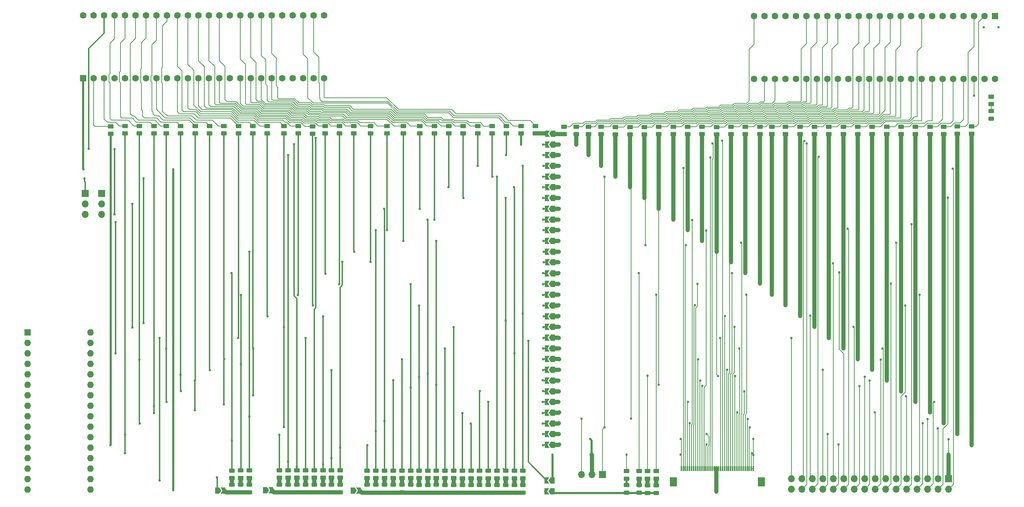
<source format=gbr>
%TF.GenerationSoftware,KiCad,Pcbnew,8.0.4*%
%TF.CreationDate,2025-02-24T13:32:17+01:00*%
%TF.ProjectId,RAMON_DEV,52414d4f-4e5f-4444-9556-2e6b69636164,rev?*%
%TF.SameCoordinates,Original*%
%TF.FileFunction,Copper,L1,Top*%
%TF.FilePolarity,Positive*%
%FSLAX46Y46*%
G04 Gerber Fmt 4.6, Leading zero omitted, Abs format (unit mm)*
G04 Created by KiCad (PCBNEW 8.0.4) date 2025-02-24 13:32:17*
%MOMM*%
%LPD*%
G01*
G04 APERTURE LIST*
G04 Aperture macros list*
%AMRoundRect*
0 Rectangle with rounded corners*
0 $1 Rounding radius*
0 $2 $3 $4 $5 $6 $7 $8 $9 X,Y pos of 4 corners*
0 Add a 4 corners polygon primitive as box body*
4,1,4,$2,$3,$4,$5,$6,$7,$8,$9,$2,$3,0*
0 Add four circle primitives for the rounded corners*
1,1,$1+$1,$2,$3*
1,1,$1+$1,$4,$5*
1,1,$1+$1,$6,$7*
1,1,$1+$1,$8,$9*
0 Add four rect primitives between the rounded corners*
20,1,$1+$1,$2,$3,$4,$5,0*
20,1,$1+$1,$4,$5,$6,$7,0*
20,1,$1+$1,$6,$7,$8,$9,0*
20,1,$1+$1,$8,$9,$2,$3,0*%
%AMFreePoly0*
4,1,6,0.500000,-0.750000,-0.650000,-0.750000,-0.150000,0.000000,-0.650000,0.750000,0.500000,0.750000,0.500000,-0.750000,0.500000,-0.750000,$1*%
%AMFreePoly1*
4,1,6,1.000000,0.000000,0.500000,-0.750000,-0.500000,-0.750000,-0.500000,0.750000,0.500000,0.750000,1.000000,0.000000,1.000000,0.000000,$1*%
G04 Aperture macros list end*
%TA.AperFunction,SMDPad,CuDef*%
%ADD10RoundRect,0.250000X-0.450000X0.262500X-0.450000X-0.262500X0.450000X-0.262500X0.450000X0.262500X0*%
%TD*%
%TA.AperFunction,SMDPad,CuDef*%
%ADD11RoundRect,0.250000X0.450000X-0.262500X0.450000X0.262500X-0.450000X0.262500X-0.450000X-0.262500X0*%
%TD*%
%TA.AperFunction,SMDPad,CuDef*%
%ADD12RoundRect,0.243750X0.456250X-0.243750X0.456250X0.243750X-0.456250X0.243750X-0.456250X-0.243750X0*%
%TD*%
%TA.AperFunction,SMDPad,CuDef*%
%ADD13FreePoly0,180.000000*%
%TD*%
%TA.AperFunction,SMDPad,CuDef*%
%ADD14FreePoly1,180.000000*%
%TD*%
%TA.AperFunction,ComponentPad*%
%ADD15C,1.600000*%
%TD*%
%TA.AperFunction,ComponentPad*%
%ADD16R,1.600000X1.600000*%
%TD*%
%TA.AperFunction,ComponentPad*%
%ADD17O,1.700000X1.700000*%
%TD*%
%TA.AperFunction,ComponentPad*%
%ADD18R,1.700000X1.700000*%
%TD*%
%TA.AperFunction,SMDPad,CuDef*%
%ADD19FreePoly0,0.000000*%
%TD*%
%TA.AperFunction,SMDPad,CuDef*%
%ADD20FreePoly1,0.000000*%
%TD*%
%TA.AperFunction,ComponentPad*%
%ADD21O,1.600000X1.600000*%
%TD*%
%TA.AperFunction,SMDPad,CuDef*%
%ADD22R,1.800000X2.200000*%
%TD*%
%TA.AperFunction,SMDPad,CuDef*%
%ADD23R,0.300000X1.300000*%
%TD*%
%TA.AperFunction,ViaPad*%
%ADD24C,0.600000*%
%TD*%
%TA.AperFunction,Conductor*%
%ADD25C,0.200000*%
%TD*%
%TA.AperFunction,Conductor*%
%ADD26C,0.500000*%
%TD*%
%TA.AperFunction,Conductor*%
%ADD27C,1.000000*%
%TD*%
%TA.AperFunction,Conductor*%
%ADD28C,0.300000*%
%TD*%
G04 APERTURE END LIST*
D10*
%TO.P,R8,2*%
%TO.N,GPIO1_19_LS*%
X209860000Y-63390000D03*
%TO.P,R8,1*%
%TO.N,GPIO1_19*%
X209860000Y-61565000D03*
%TD*%
D11*
%TO.P,R79,2*%
%TO.N,T_GPIO1_19_LS*%
X120985000Y-144977500D03*
%TO.P,R79,1*%
%TO.N,Net-(D15-A)*%
X120985000Y-146802500D03*
%TD*%
D12*
%TO.P,D23,2,A*%
%TO.N,Net-(D23-A)*%
X137785000Y-148477500D03*
%TO.P,D23,1,K*%
%TO.N,T_GND_ADDRESS_LEDS*%
X137785000Y-150352500D03*
%TD*%
D13*
%TO.P,JP10,2,B*%
%TO.N,T_GPIO1_16_LS*%
X152010000Y-123140000D03*
D14*
%TO.P,JP10,1,A*%
%TO.N,GPIO1_16_LS*%
X153460000Y-123140000D03*
%TD*%
D12*
%TO.P,D29,2,A*%
%TO.N,Net-(D29-A)*%
X79835000Y-148402500D03*
%TO.P,D29,1,K*%
%TO.N,T_GND_CONTROL_LEDS*%
X79835000Y-150277500D03*
%TD*%
D10*
%TO.P,R52,2*%
%TO.N,T_GPIO1_31_LS*%
X135210000Y-63227500D03*
%TO.P,R52,1*%
%TO.N,T_GPIO1_31*%
X135210000Y-61402500D03*
%TD*%
D11*
%TO.P,R72,2*%
%TO.N,T_GPIO2_10_LS*%
X99785000Y-144902500D03*
%TO.P,R72,1*%
%TO.N,Net-(D8-A)*%
X99785000Y-146727500D03*
%TD*%
D10*
%TO.P,R26,2*%
%TO.N,GPIO2_11_LS*%
X213360000Y-63390000D03*
%TO.P,R26,1*%
%TO.N,GPIO2_11*%
X213360000Y-61565000D03*
%TD*%
%TO.P,R54,2*%
%TO.N,T_GPIO2_1_LS*%
X105210000Y-63227500D03*
%TO.P,R54,1*%
%TO.N,T_GPIO2_1*%
X105210000Y-61402500D03*
%TD*%
%TO.P,R21,2*%
%TO.N,GPIO2_0_LS*%
X206560000Y-63390000D03*
%TO.P,R21,1*%
%TO.N,GPIO2_0*%
X206560000Y-61565000D03*
%TD*%
D12*
%TO.P,D27,2,A*%
%TO.N,Net-(D27-A)*%
X146185000Y-148477500D03*
%TO.P,D27,1,K*%
%TO.N,T_GND_ADDRESS_LEDS*%
X146185000Y-150352500D03*
%TD*%
D10*
%TO.P,R59,2*%
%TO.N,T_GPIO2_12_LS*%
X149210000Y-63227500D03*
%TO.P,R59,1*%
%TO.N,T_GPIO2_12*%
X149210000Y-61402500D03*
%TD*%
D11*
%TO.P,R95,2*%
%TO.N,3V3*%
X259660000Y-54290000D03*
%TO.P,R95,1*%
%TO.N,Net-(D31-A)*%
X259660000Y-56115000D03*
%TD*%
%TO.P,R99,2*%
%TO.N,GPIO2_0_LS*%
X178460000Y-145115000D03*
%TO.P,R99,1*%
%TO.N,Net-(D35-A)*%
X178460000Y-146940000D03*
%TD*%
D12*
%TO.P,D20,2,A*%
%TO.N,Net-(D20-A)*%
X131485000Y-148477500D03*
%TO.P,D20,1,K*%
%TO.N,T_GND_ADDRESS_LEDS*%
X131485000Y-150352500D03*
%TD*%
%TO.P,D13,2,A*%
%TO.N,Net-(D13-A)*%
X116835000Y-148415000D03*
%TO.P,D13,1,K*%
%TO.N,T_GND_ADDRESS_LEDS*%
X116835000Y-150290000D03*
%TD*%
D10*
%TO.P,R55,2*%
%TO.N,T_GPIO2_2_LS*%
X98210000Y-63227500D03*
%TO.P,R55,1*%
%TO.N,T_GPIO2_2*%
X98210000Y-61402500D03*
%TD*%
D12*
%TO.P,D26,2,A*%
%TO.N,Net-(D26-A)*%
X144085000Y-148477500D03*
%TO.P,D26,1,K*%
%TO.N,T_GND_ADDRESS_LEDS*%
X144085000Y-150352500D03*
%TD*%
D11*
%TO.P,R77,2*%
%TO.N,T_GPIO1_17_LS*%
X116835000Y-144977500D03*
%TO.P,R77,1*%
%TO.N,Net-(D13-A)*%
X116835000Y-146802500D03*
%TD*%
%TO.P,R69,2*%
%TO.N,T_GPIO2_16_LS*%
X93485000Y-144902500D03*
%TO.P,R69,1*%
%TO.N,Net-(D5-A)*%
X93485000Y-146727500D03*
%TD*%
%TO.P,R75,2*%
%TO.N,T_GPIO1_13_LS*%
X112635000Y-144977500D03*
%TO.P,R75,1*%
%TO.N,Net-(D11-A)*%
X112635000Y-146802500D03*
%TD*%
D12*
%TO.P,D18,2,A*%
%TO.N,Net-(D18-A)*%
X127285000Y-148452500D03*
%TO.P,D18,1,K*%
%TO.N,T_GND_ADDRESS_LEDS*%
X127285000Y-150327500D03*
%TD*%
D15*
%TO.P,U1,48,VIN*%
%TO.N,unconnected-(U1-VIN-Pad48)*%
X260620000Y-49980000D03*
%TO.P,U1,47,GND*%
%TO.N,GND*%
X258080000Y-49980000D03*
%TO.P,U1,46,3V3*%
%TO.N,3V3*%
X255540000Y-49980000D03*
%TO.P,U1,45,23_A9_CRX1_MCLK1*%
%TO.N,GPIO1_25*%
X253000000Y-49980000D03*
%TO.P,U1,44,22_A8_CTX1*%
%TO.N,GPIO1_24*%
X250460000Y-49980000D03*
%TO.P,U1,43,21_A7_RX5_BCLK1*%
%TO.N,GPIO1_27*%
X247920000Y-49980000D03*
%TO.P,U1,42,20_A6_TX5_LRCLK1*%
%TO.N,GPIO1_26*%
X245380000Y-49980000D03*
%TO.P,U1,41,19_A5_SCL*%
%TO.N,GPIO1_16*%
X242840000Y-49980000D03*
%TO.P,U1,40,18_A4_SDA*%
%TO.N,GPIO1_17*%
X240300000Y-49980000D03*
%TO.P,U1,39,17_A3_TX4_SDA1*%
%TO.N,GPIO1_22*%
X237760000Y-49980000D03*
%TO.P,U1,38,16_A2_RX4_SCL1*%
%TO.N,GPIO1_23*%
X235220000Y-49980000D03*
%TO.P,U1,37,15_A1_RX3_SPDIF_IN*%
%TO.N,GPIO1_19*%
X232680000Y-49980000D03*
%TO.P,U1,36,14_A0_TX3_SPDIF_OUT*%
%TO.N,GPIO1_18*%
X230140000Y-49980000D03*
%TO.P,U1,35,13_SCK_LED*%
%TO.N,GPIO2_3*%
X227600000Y-49980000D03*
%TO.P,U1,34,GND*%
%TO.N,GND*%
X225060000Y-49980000D03*
%TO.P,U1,33,41_A17*%
%TO.N,GPIO1_21*%
X222520000Y-49980000D03*
%TO.P,U1,32,40_A16*%
%TO.N,GPIO1_20*%
X219980000Y-49980000D03*
%TO.P,U1,31,39_MISO1_OUT1A*%
%TO.N,GPIO1_29*%
X217440000Y-49980000D03*
%TO.P,U1,30,38_CS1_IN1*%
%TO.N,GPIO1_28*%
X214900000Y-49980000D03*
%TO.P,U1,29,37_CS*%
%TO.N,unconnected-(U1-37_CS-Pad29)*%
X212360000Y-49980000D03*
%TO.P,U1,28,36_CS*%
%TO.N,unconnected-(U1-36_CS-Pad28)*%
X209820000Y-49980000D03*
%TO.P,U1,27,35_TX8*%
%TO.N,GPIO2_28*%
X207280000Y-49980000D03*
%TO.P,U1,26,34_RX8*%
%TO.N,GPIO2_29*%
X204740000Y-49980000D03*
%TO.P,U1,25,33_MCLK2*%
%TO.N,OE*%
X202200000Y-49980000D03*
%TO.P,U1,24,32_OUT1B*%
%TO.N,GPIO2_12*%
X202200000Y-34740000D03*
%TO.P,U1,23,31_CTX3*%
%TO.N,unconnected-(U1-31_CTX3-Pad23)*%
X204740000Y-34740000D03*
%TO.P,U1,22,30_CRX3*%
%TO.N,unconnected-(U1-30_CRX3-Pad22)*%
X207280000Y-34740000D03*
%TO.P,U1,21,29_TX7*%
%TO.N,unconnected-(U1-29_TX7-Pad21)*%
X209820000Y-34740000D03*
%TO.P,U1,20,28_RX7*%
%TO.N,unconnected-(U1-28_RX7-Pad20)*%
X212360000Y-34740000D03*
%TO.P,U1,19,27_A13_SCK1*%
%TO.N,GPIO1_31*%
X214900000Y-34740000D03*
%TO.P,U1,18,26_A12_MOSI1*%
%TO.N,GPIO1_30*%
X217440000Y-34740000D03*
%TO.P,U1,17,25_A11_RX6_SDA2*%
%TO.N,GPIO1_13*%
X219980000Y-34740000D03*
%TO.P,U1,16,24_A10_TX6_SCL2*%
%TO.N,GPIO1_12*%
X222520000Y-34740000D03*
%TO.P,U1,15,3V3*%
%TO.N,unconnected-(U1-3V3-Pad15)*%
X225060000Y-34740000D03*
%TO.P,U1,14,12_MISO_MQSL*%
%TO.N,GPIO2_1*%
X227600000Y-34740000D03*
%TO.P,U1,13,11_MOSI_CTX1*%
%TO.N,GPIO2_2*%
X230140000Y-34740000D03*
%TO.P,U1,12,10_CS_MQSR*%
%TO.N,GPIO2_0*%
X232680000Y-34740000D03*
%TO.P,U1,11,9_OUT1C*%
%TO.N,GPIO2_11*%
X235220000Y-34740000D03*
%TO.P,U1,10,8_TX2_IN1*%
%TO.N,GPIO2_16*%
X237760000Y-34740000D03*
%TO.P,U1,9,7_RX2_OUT1A*%
%TO.N,unconnected-(U1-7_RX2_OUT1A-Pad9)*%
X240300000Y-34740000D03*
%TO.P,U1,8,6_OUT1D*%
%TO.N,GPIO2_10*%
X242840000Y-34740000D03*
%TO.P,U1,7,5_IN2*%
%TO.N,unconnected-(U1-5_IN2-Pad7)*%
X245380000Y-34740000D03*
%TO.P,U1,6,4_BCLK2*%
%TO.N,unconnected-(U1-4_BCLK2-Pad6)*%
X247920000Y-34740000D03*
%TO.P,U1,5,3_LRCLK2*%
%TO.N,unconnected-(U1-3_LRCLK2-Pad5)*%
X250460000Y-34740000D03*
%TO.P,U1,4,2_OUT2*%
%TO.N,unconnected-(U1-2_OUT2-Pad4)*%
X253000000Y-34740000D03*
%TO.P,U1,3,1_TX1_CTX2_MISO1*%
%TO.N,GPIO1_2*%
X255540000Y-34740000D03*
%TO.P,U1,2,0_RX1_CRX2_CS1*%
%TO.N,GPIO1_3*%
X258080000Y-34740000D03*
D16*
%TO.P,U1,1,GND*%
%TO.N,GND*%
X260620000Y-34740000D03*
%TD*%
D10*
%TO.P,R44,2*%
%TO.N,T_GPIO1_23_LS*%
X88210000Y-63227500D03*
%TO.P,R44,1*%
%TO.N,T_GPIO1_23*%
X88210000Y-61402500D03*
%TD*%
D13*
%TO.P,JP33,2,B*%
%TO.N,T_GPIO2_12_LS*%
X152060000Y-63290000D03*
D14*
%TO.P,JP33,1,A*%
%TO.N,GPIO2_12_LS*%
X153510000Y-63290000D03*
%TD*%
D12*
%TO.P,D30,2,A*%
%TO.N,Net-(D30-A)*%
X77735000Y-148390000D03*
%TO.P,D30,1,K*%
%TO.N,T_GND_CONTROL_LEDS*%
X77735000Y-150265000D03*
%TD*%
D10*
%TO.P,R20,2*%
%TO.N,GPIO1_31_LS*%
X165110000Y-63390000D03*
%TO.P,R20,1*%
%TO.N,GPIO1_31*%
X165110000Y-61565000D03*
%TD*%
D13*
%TO.P,JP12,2,B*%
%TO.N,T_GPIO1_12_LS*%
X152010000Y-86690000D03*
D14*
%TO.P,JP12,1,A*%
%TO.N,GPIO1_12_LS*%
X153460000Y-86690000D03*
%TD*%
D12*
%TO.P,D9,2,A*%
%TO.N,Net-(D9-A)*%
X101885000Y-148352500D03*
%TO.P,D9,1,K*%
%TO.N,T_GND_DATA_LEDS*%
X101885000Y-150227500D03*
%TD*%
D13*
%TO.P,JP27,2,B*%
%TO.N,T_GPIO2_1_LS*%
X152035000Y-91890000D03*
D14*
%TO.P,JP27,1,A*%
%TO.N,GPIO2_1_LS*%
X153485000Y-91890000D03*
%TD*%
D11*
%TO.P,R94,2*%
%TO.N,T_GPIO2_0_LS*%
X77735000Y-144940000D03*
%TO.P,R94,1*%
%TO.N,Net-(D30-A)*%
X77735000Y-146765000D03*
%TD*%
D10*
%TO.P,R51,2*%
%TO.N,T_GPIO1_30_LS*%
X128210000Y-63227500D03*
%TO.P,R51,1*%
%TO.N,T_GPIO1_30*%
X128210000Y-61402500D03*
%TD*%
%TO.P,R46,2*%
%TO.N,T_GPIO1_25_LS*%
X53210000Y-63227500D03*
%TO.P,R46,1*%
%TO.N,T_GPIO1_25*%
X53210000Y-61402500D03*
%TD*%
D13*
%TO.P,JP7,2,B*%
%TO.N,T_GPIO1_19_LS*%
X152010000Y-104940000D03*
D14*
%TO.P,JP7,1,A*%
%TO.N,GPIO1_19_LS*%
X153460000Y-104940000D03*
%TD*%
D13*
%TO.P,JP30,2,B*%
%TO.N,T_GPIO2_3_LS*%
X152060000Y-94490000D03*
D14*
%TO.P,JP30,1,A*%
%TO.N,GPIO2_3_LS*%
X153510000Y-94490000D03*
%TD*%
D10*
%TO.P,R39,2*%
%TO.N,T_GPIO1_18_LS*%
X101710000Y-63227500D03*
%TO.P,R39,1*%
%TO.N,T_GPIO1_18*%
X101710000Y-61402500D03*
%TD*%
%TO.P,R42,2*%
%TO.N,T_GPIO1_21_LS*%
X117210000Y-63227500D03*
%TO.P,R42,1*%
%TO.N,T_GPIO1_21*%
X117210000Y-61402500D03*
%TD*%
D12*
%TO.P,D14,2,A*%
%TO.N,Net-(D14-A)*%
X118935000Y-148427500D03*
%TO.P,D14,1,K*%
%TO.N,T_GND_ADDRESS_LEDS*%
X118935000Y-150302500D03*
%TD*%
D10*
%TO.P,R1,2*%
%TO.N,GPIO1_2_LS*%
X251460000Y-63315000D03*
%TO.P,R1,1*%
%TO.N,GPIO1_2*%
X251460000Y-61490000D03*
%TD*%
D12*
%TO.P,D11,2,A*%
%TO.N,Net-(D11-A)*%
X112635000Y-148427500D03*
%TO.P,D11,1,K*%
%TO.N,T_GND_ADDRESS_LEDS*%
X112635000Y-150302500D03*
%TD*%
D10*
%TO.P,R57,2*%
%TO.N,T_GPIO2_10_LS*%
X70210000Y-63227500D03*
%TO.P,R57,1*%
%TO.N,T_GPIO2_10*%
X70210000Y-61402500D03*
%TD*%
D13*
%TO.P,JP20,2,B*%
%TO.N,T_GPIO1_28_LS*%
X152060000Y-73690000D03*
D14*
%TO.P,JP20,1,A*%
%TO.N,GPIO1_28_LS*%
X153510000Y-73690000D03*
%TD*%
D13*
%TO.P,JP22,2,B*%
%TO.N,T_GPIO2_0_LS*%
X152010000Y-102340000D03*
D14*
%TO.P,JP22,1,A*%
%TO.N,GPIO2_0_LS*%
X153460000Y-102340000D03*
%TD*%
D12*
%TO.P,D10,2,A*%
%TO.N,Net-(D10-A)*%
X110535000Y-148427500D03*
%TO.P,D10,1,K*%
%TO.N,T_GND_ADDRESS_LEDS*%
X110535000Y-150302500D03*
%TD*%
D10*
%TO.P,R27,2*%
%TO.N,GPIO2_12_LS*%
X156110000Y-63390000D03*
%TO.P,R27,1*%
%TO.N,GPIO2_12*%
X156110000Y-61565000D03*
%TD*%
D17*
%TO.P,J2,3,Pin_3*%
%TO.N,GPIO1_30_LS*%
X160380001Y-145890000D03*
%TO.P,J2,2,Pin_2*%
%TO.N,VCC_SRAM*%
X162920000Y-145890000D03*
D18*
%TO.P,J2,1,Pin_1*%
%TO.N,GPIO1_28_LS*%
X165460000Y-145890000D03*
%TD*%
D11*
%TO.P,R82,2*%
%TO.N,T_GPIO1_22_LS*%
X127285000Y-144977500D03*
%TO.P,R82,1*%
%TO.N,Net-(D18-A)*%
X127285000Y-146802500D03*
%TD*%
D10*
%TO.P,R12,2*%
%TO.N,GPIO1_23_LS*%
X216860000Y-63390000D03*
%TO.P,R12,1*%
%TO.N,GPIO1_23*%
X216860000Y-61565000D03*
%TD*%
D13*
%TO.P,JP11,2,B*%
%TO.N,T_GPIO1_13_LS*%
X152010000Y-81490000D03*
D14*
%TO.P,JP11,1,A*%
%TO.N,GPIO1_13_LS*%
X153460000Y-81490000D03*
%TD*%
D10*
%TO.P,R35,2*%
%TO.N,T_GPIO1_12_LS*%
X113210000Y-63227500D03*
%TO.P,R35,1*%
%TO.N,T_GPIO1_12*%
X113210000Y-61402500D03*
%TD*%
%TO.P,R17,2*%
%TO.N,GPIO1_28_LS*%
X168610000Y-63477500D03*
%TO.P,R17,1*%
%TO.N,GPIO1_28*%
X168610000Y-61652500D03*
%TD*%
D15*
%TO.P,U13,48,VIN*%
%TO.N,unconnected-(U13-VIN-Pad48)*%
X39560000Y-34590000D03*
%TO.P,U13,47,GND*%
%TO.N,GND1*%
X42100000Y-34590000D03*
%TO.P,U13,46,3V3*%
%TO.N,T_3V3*%
X44640000Y-34590000D03*
%TO.P,U13,45,23_A9_CRX1_MCLK1*%
%TO.N,T_GPIO1_25*%
X47180000Y-34590000D03*
%TO.P,U13,44,22_A8_CTX1*%
%TO.N,T_GPIO1_24*%
X49720000Y-34590000D03*
%TO.P,U13,43,21_A7_RX5_BCLK1*%
%TO.N,T_GPIO1_27*%
X52260000Y-34590000D03*
%TO.P,U13,42,20_A6_TX5_LRCLK1*%
%TO.N,T_GPIO1_26*%
X54800000Y-34590000D03*
%TO.P,U13,41,19_A5_SCL*%
%TO.N,T_GPIO1_16*%
X57340000Y-34590000D03*
%TO.P,U13,40,18_A4_SDA*%
%TO.N,T_GPIO1_17*%
X59880000Y-34590000D03*
%TO.P,U13,39,17_A3_TX4_SDA1*%
%TO.N,T_GPIO1_22*%
X62420000Y-34590000D03*
%TO.P,U13,38,16_A2_RX4_SCL1*%
%TO.N,T_GPIO1_23*%
X64960000Y-34590000D03*
%TO.P,U13,37,15_A1_RX3_SPDIF_IN*%
%TO.N,T_GPIO1_19*%
X67500000Y-34590000D03*
%TO.P,U13,36,14_A0_TX3_SPDIF_OUT*%
%TO.N,T_GPIO1_18*%
X70040000Y-34590000D03*
%TO.P,U13,35,13_SCK_LED*%
%TO.N,T_GPIO2_3*%
X72580000Y-34590000D03*
%TO.P,U13,34,GND*%
%TO.N,GND1*%
X75120000Y-34590000D03*
%TO.P,U13,33,41_A17*%
%TO.N,T_GPIO1_21*%
X77660000Y-34590000D03*
%TO.P,U13,32,40_A16*%
%TO.N,T_GPIO1_20*%
X80200000Y-34590000D03*
%TO.P,U13,31,39_MISO1_OUT1A*%
%TO.N,T_GPIO1_29*%
X82740000Y-34590000D03*
%TO.P,U13,30,38_CS1_IN1*%
%TO.N,T_GPIO1_28*%
X85280000Y-34590000D03*
%TO.P,U13,29,37_CS*%
%TO.N,unconnected-(U13-37_CS-Pad29)*%
X87820000Y-34590000D03*
%TO.P,U13,28,36_CS*%
%TO.N,unconnected-(U13-36_CS-Pad28)*%
X90360000Y-34590000D03*
%TO.P,U13,27,35_TX8*%
%TO.N,T_GPIO2_28*%
X92900000Y-34590000D03*
%TO.P,U13,26,34_RX8*%
%TO.N,T_GPIO2_29*%
X95440000Y-34590000D03*
%TO.P,U13,25,33_MCLK2*%
%TO.N,T_OE*%
X97980000Y-34590000D03*
%TO.P,U13,24,32_OUT1B*%
%TO.N,T_GPIO2_12*%
X97980000Y-49830000D03*
%TO.P,U13,23,31_CTX3*%
%TO.N,unconnected-(U13-31_CTX3-Pad23)*%
X95440000Y-49830000D03*
%TO.P,U13,22,30_CRX3*%
%TO.N,unconnected-(U13-30_CRX3-Pad22)*%
X92900000Y-49830000D03*
%TO.P,U13,21,29_TX7*%
%TO.N,unconnected-(U13-29_TX7-Pad21)*%
X90360000Y-49830000D03*
%TO.P,U13,20,28_RX7*%
%TO.N,unconnected-(U13-28_RX7-Pad20)*%
X87820000Y-49830000D03*
%TO.P,U13,19,27_A13_SCK1*%
%TO.N,T_GPIO1_31*%
X85280000Y-49830000D03*
%TO.P,U13,18,26_A12_MOSI1*%
%TO.N,T_GPIO1_30*%
X82740000Y-49830000D03*
%TO.P,U13,17,25_A11_RX6_SDA2*%
%TO.N,T_GPIO1_13*%
X80200000Y-49830000D03*
%TO.P,U13,16,24_A10_TX6_SCL2*%
%TO.N,T_GPIO1_12*%
X77660000Y-49830000D03*
%TO.P,U13,15,3V3*%
%TO.N,unconnected-(U13-3V3-Pad15)*%
X75120000Y-49830000D03*
%TO.P,U13,14,12_MISO_MQSL*%
%TO.N,T_GPIO2_1*%
X72580000Y-49830000D03*
%TO.P,U13,13,11_MOSI_CTX1*%
%TO.N,T_GPIO2_2*%
X70040000Y-49830000D03*
%TO.P,U13,12,10_CS_MQSR*%
%TO.N,T_GPIO2_0*%
X67500000Y-49830000D03*
%TO.P,U13,11,9_OUT1C*%
%TO.N,T_GPIO2_11*%
X64960000Y-49830000D03*
%TO.P,U13,10,8_TX2_IN1*%
%TO.N,T_GPIO2_16*%
X62420000Y-49830000D03*
%TO.P,U13,9,7_RX2_OUT1A*%
%TO.N,unconnected-(U13-7_RX2_OUT1A-Pad9)*%
X59880000Y-49830000D03*
%TO.P,U13,8,6_OUT1D*%
%TO.N,T_GPIO2_10*%
X57340000Y-49830000D03*
%TO.P,U13,7,5_IN2*%
%TO.N,unconnected-(U13-5_IN2-Pad7)*%
X54800000Y-49830000D03*
%TO.P,U13,6,4_BCLK2*%
%TO.N,unconnected-(U13-4_BCLK2-Pad6)*%
X52260000Y-49830000D03*
%TO.P,U13,5,3_LRCLK2*%
%TO.N,unconnected-(U13-3_LRCLK2-Pad5)*%
X49720000Y-49830000D03*
%TO.P,U13,4,2_OUT2*%
%TO.N,unconnected-(U13-2_OUT2-Pad4)*%
X47180000Y-49830000D03*
%TO.P,U13,3,1_TX1_CTX2_MISO1*%
%TO.N,T_GPIO1_2*%
X44640000Y-49830000D03*
%TO.P,U13,2,0_RX1_CRX2_CS1*%
%TO.N,T_GPIO1_3*%
X42100000Y-49830000D03*
D16*
%TO.P,U13,1,GND*%
%TO.N,GND1*%
X39560000Y-49830000D03*
%TD*%
D10*
%TO.P,R41,2*%
%TO.N,T_GPIO1_20_LS*%
X124710000Y-63227500D03*
%TO.P,R41,1*%
%TO.N,T_GPIO1_20*%
X124710000Y-61402500D03*
%TD*%
%TO.P,R5,2*%
%TO.N,GPIO1_16_LS*%
X234360000Y-63390000D03*
%TO.P,R5,1*%
%TO.N,GPIO1_16*%
X234360000Y-61565000D03*
%TD*%
D11*
%TO.P,R91,2*%
%TO.N,T_GPIO1_31_LS*%
X146185000Y-145027500D03*
%TO.P,R91,1*%
%TO.N,Net-(D27-A)*%
X146185000Y-146852500D03*
%TD*%
D19*
%TO.P,JP43,2,B*%
%TO.N,T_GND_CONTROL_LEDS*%
X73485000Y-149790000D03*
D20*
%TO.P,JP43,1,A*%
%TO.N,GND1*%
X72035000Y-149790000D03*
%TD*%
D10*
%TO.P,R16,2*%
%TO.N,GPIO1_27_LS*%
X241360000Y-63390000D03*
%TO.P,R16,1*%
%TO.N,GPIO1_27*%
X241360000Y-61565000D03*
%TD*%
D13*
%TO.P,JP16,2,B*%
%TO.N,T_GPIO2_29_LS*%
X152085000Y-65890000D03*
D14*
%TO.P,JP16,1,A*%
%TO.N,GPIO2_29_LS*%
X153535000Y-65890000D03*
%TD*%
D11*
%TO.P,R66,2*%
%TO.N,T_GPIO1_2_LS*%
X87135000Y-144902500D03*
%TO.P,R66,1*%
%TO.N,Net-(D2-A)*%
X87135000Y-146727500D03*
%TD*%
D12*
%TO.P,D28,2,A*%
%TO.N,Net-(D28-A)*%
X75585000Y-148415000D03*
%TO.P,D28,1,K*%
%TO.N,T_GND_CONTROL_LEDS*%
X75585000Y-150290000D03*
%TD*%
D11*
%TO.P,R86,2*%
%TO.N,T_GPIO1_26_LS*%
X135685000Y-145027500D03*
%TO.P,R86,1*%
%TO.N,Net-(D22-A)*%
X135685000Y-146852500D03*
%TD*%
D10*
%TO.P,R63,2*%
%TO.N,T_GPIO2_28_LS*%
X142210000Y-63227500D03*
%TO.P,R63,1*%
%TO.N,T_GPIO2_28*%
X142210000Y-61402500D03*
%TD*%
D13*
%TO.P,JP9,2,B*%
%TO.N,T_GPIO1_17_LS*%
X152010000Y-117940000D03*
D14*
%TO.P,JP9,1,A*%
%TO.N,GPIO1_17_LS*%
X153460000Y-117940000D03*
%TD*%
D10*
%TO.P,R19,2*%
%TO.N,GPIO1_30_LS*%
X172110000Y-63477500D03*
%TO.P,R19,1*%
%TO.N,GPIO1_30*%
X172110000Y-61652500D03*
%TD*%
%TO.P,R4,2*%
%TO.N,GPIO1_13_LS*%
X179110000Y-63390000D03*
%TO.P,R4,1*%
%TO.N,GPIO1_13*%
X179110000Y-61565000D03*
%TD*%
%TO.P,R56,2*%
%TO.N,T_GPIO2_3_LS*%
X109210000Y-63227500D03*
%TO.P,R56,1*%
%TO.N,T_GPIO2_3*%
X109210000Y-61402500D03*
%TD*%
D12*
%TO.P,D33,2,A*%
%TO.N,Net-(D33-A)*%
X174310000Y-148474998D03*
%TO.P,D33,1,K*%
%TO.N,GND*%
X174310000Y-150350000D03*
%TD*%
D11*
%TO.P,R84,2*%
%TO.N,T_GPIO1_24_LS*%
X131485000Y-145027500D03*
%TO.P,R84,1*%
%TO.N,Net-(D20-A)*%
X131485000Y-146852500D03*
%TD*%
%TO.P,R73,2*%
%TO.N,T_GPIO2_3_LS*%
X101885000Y-144902500D03*
%TO.P,R73,1*%
%TO.N,Net-(D9-A)*%
X101885000Y-146727500D03*
%TD*%
D10*
%TO.P,R7,2*%
%TO.N,GPIO1_18_LS*%
X203610000Y-63390000D03*
%TO.P,R7,1*%
%TO.N,GPIO1_18*%
X203610000Y-61565000D03*
%TD*%
D12*
%TO.P,D32,2,A*%
%TO.N,Net-(D32-A)*%
X171270000Y-148444998D03*
%TO.P,D32,1,K*%
%TO.N,GND*%
X171270000Y-150320000D03*
%TD*%
D10*
%TO.P,R31,2*%
%TO.N,GPIO2_28_LS*%
X162060000Y-63390000D03*
%TO.P,R31,1*%
%TO.N,GPIO2_28*%
X162060000Y-61565000D03*
%TD*%
%TO.P,R49,2*%
%TO.N,T_GPIO1_28_LS*%
X138710000Y-63227500D03*
%TO.P,R49,1*%
%TO.N,T_GPIO1_28*%
X138710000Y-61402500D03*
%TD*%
D13*
%TO.P,JP5,2,B*%
%TO.N,T_GPIO1_25_LS*%
X152010000Y-133540000D03*
D14*
%TO.P,JP5,1,A*%
%TO.N,GPIO1_25_LS*%
X153460000Y-133540000D03*
%TD*%
D17*
%TO.P,J6,3,Pin_3*%
%TO.N,T_GPIO1_30_LS*%
X40070000Y-82840000D03*
%TO.P,J6,2,Pin_2*%
%TO.N,T_VCC_SRAM*%
X40070000Y-80300000D03*
D18*
%TO.P,J6,1,Pin_1*%
%TO.N,T_GPIO1_28_LS*%
X40070000Y-77760000D03*
%TD*%
D11*
%TO.P,R97,2*%
%TO.N,GPIO2_2_LS*%
X174310000Y-145115000D03*
%TO.P,R97,1*%
%TO.N,Net-(D33-A)*%
X174310000Y-146940000D03*
%TD*%
D10*
%TO.P,R3,2*%
%TO.N,GPIO1_12_LS*%
X186110000Y-63390000D03*
%TO.P,R3,1*%
%TO.N,GPIO1_12*%
X186110000Y-61565000D03*
%TD*%
D17*
%TO.P,J7,3,Pin_3*%
%TO.N,T_3V3*%
X44070000Y-82840000D03*
%TO.P,J7,2,Pin_2*%
%TO.N,T_VCC_SRAM*%
X44070000Y-80300000D03*
D18*
%TO.P,J7,1,Pin_1*%
%TO.N,T_VUSB*%
X44070000Y-77760000D03*
%TD*%
D19*
%TO.P,JP41,2,B*%
%TO.N,T_GND_ADDRESS_LEDS*%
X106360000Y-149802500D03*
D20*
%TO.P,JP41,1,A*%
%TO.N,GND1*%
X104910000Y-149802500D03*
%TD*%
D10*
%TO.P,R60,2*%
%TO.N,T_GPIO2_16_LS*%
X77210000Y-63227500D03*
%TO.P,R60,1*%
%TO.N,T_GPIO2_16*%
X77210000Y-61402500D03*
%TD*%
D13*
%TO.P,JP25,2,B*%
%TO.N,T_GPIO1_22_LS*%
X152010000Y-115340000D03*
D14*
%TO.P,JP25,1,A*%
%TO.N,GPIO1_22_LS*%
X153460000Y-115340000D03*
%TD*%
D10*
%TO.P,R28,2*%
%TO.N,GPIO2_16_LS*%
X220360000Y-63390000D03*
%TO.P,R28,1*%
%TO.N,GPIO2_16*%
X220360000Y-61565000D03*
%TD*%
%TO.P,R9,2*%
%TO.N,GPIO1_20_LS*%
X182610000Y-63390000D03*
%TO.P,R9,1*%
%TO.N,GPIO1_20*%
X182610000Y-61565000D03*
%TD*%
D12*
%TO.P,D16,2,A*%
%TO.N,Net-(D16-A)*%
X123085000Y-148452500D03*
%TO.P,D16,1,K*%
%TO.N,T_GND_ADDRESS_LEDS*%
X123085000Y-150327500D03*
%TD*%
D13*
%TO.P,JP24,2,B*%
%TO.N,T_GPIO1_21_LS*%
X152010000Y-89290000D03*
D14*
%TO.P,JP24,1,A*%
%TO.N,GPIO1_21_LS*%
X153460000Y-89290000D03*
%TD*%
D10*
%TO.P,R37,2*%
%TO.N,T_GPIO1_16_LS*%
X66710000Y-63227500D03*
%TO.P,R37,1*%
%TO.N,T_GPIO1_16*%
X66710000Y-61402500D03*
%TD*%
D11*
%TO.P,R93,2*%
%TO.N,T_GPIO2_1_LS*%
X79835000Y-144940000D03*
%TO.P,R93,1*%
%TO.N,Net-(D29-A)*%
X79835000Y-146765000D03*
%TD*%
%TO.P,R96,2*%
%TO.N,VCC_SRAM*%
X171260001Y-145090001D03*
%TO.P,R96,1*%
%TO.N,Net-(D32-A)*%
X171260001Y-146915001D03*
%TD*%
%TO.P,R68,2*%
%TO.N,T_GPIO2_29_LS*%
X91385000Y-144902500D03*
%TO.P,R68,1*%
%TO.N,Net-(D4-A)*%
X91385000Y-146727500D03*
%TD*%
D12*
%TO.P,D21,2,A*%
%TO.N,Net-(D21-A)*%
X133585000Y-148477500D03*
%TO.P,D21,1,K*%
%TO.N,T_GND_ADDRESS_LEDS*%
X133585000Y-150352500D03*
%TD*%
D13*
%TO.P,JP4,2,B*%
%TO.N,T_GPIO1_27_LS*%
X152010000Y-128340000D03*
D14*
%TO.P,JP4,1,A*%
%TO.N,GPIO1_27_LS*%
X153460000Y-128340000D03*
%TD*%
D11*
%TO.P,R65,2*%
%TO.N,T_GPIO1_3_LS*%
X108435000Y-144977500D03*
%TO.P,R65,1*%
%TO.N,Net-(D1-A)*%
X108435000Y-146802500D03*
%TD*%
D10*
%TO.P,R6,2*%
%TO.N,GPIO1_17_LS*%
X227360000Y-63390000D03*
%TO.P,R6,1*%
%TO.N,GPIO1_17*%
X227360000Y-61565000D03*
%TD*%
D11*
%TO.P,R87,2*%
%TO.N,T_GPIO1_27_LS*%
X137785000Y-145027500D03*
%TO.P,R87,1*%
%TO.N,Net-(D23-A)*%
X137785000Y-146852500D03*
%TD*%
D13*
%TO.P,JP34,2,B*%
%TO.N,T_GPIO2_16_LS*%
X152010000Y-112740000D03*
D14*
%TO.P,JP34,1,A*%
%TO.N,GPIO2_16_LS*%
X153460000Y-112740000D03*
%TD*%
D12*
%TO.P,D25,2,A*%
%TO.N,Net-(D25-A)*%
X141985000Y-148477500D03*
%TO.P,D25,1,K*%
%TO.N,T_GND_ADDRESS_LEDS*%
X141985000Y-150352500D03*
%TD*%
D11*
%TO.P,R74,2*%
%TO.N,T_GPIO1_12_LS*%
X110535000Y-144977500D03*
%TO.P,R74,1*%
%TO.N,Net-(D10-A)*%
X110535000Y-146802500D03*
%TD*%
D12*
%TO.P,D15,2,A*%
%TO.N,Net-(D15-A)*%
X120985000Y-148452500D03*
%TO.P,D15,1,K*%
%TO.N,T_GND_ADDRESS_LEDS*%
X120985000Y-150327500D03*
%TD*%
D10*
%TO.P,R53,2*%
%TO.N,T_GPIO2_0_LS*%
X91710000Y-63227500D03*
%TO.P,R53,1*%
%TO.N,T_GPIO2_0*%
X91710000Y-61402500D03*
%TD*%
%TO.P,R22,2*%
%TO.N,GPIO2_1_LS*%
X193110000Y-63477500D03*
%TO.P,R22,1*%
%TO.N,GPIO2_1*%
X193110000Y-61652500D03*
%TD*%
D12*
%TO.P,D1,2,A*%
%TO.N,Net-(D1-A)*%
X108435000Y-148427500D03*
%TO.P,D1,1,K*%
%TO.N,T_GND_ADDRESS_LEDS*%
X108435000Y-150302500D03*
%TD*%
D13*
%TO.P,JP28,2,B*%
%TO.N,T_GPIO1_23_LS*%
X152010000Y-110140000D03*
D14*
%TO.P,JP28,1,A*%
%TO.N,GPIO1_23_LS*%
X153460000Y-110140000D03*
%TD*%
D19*
%TO.P,JP42,2,B*%
%TO.N,T_GND_DATA_LEDS*%
X85085000Y-149777500D03*
D20*
%TO.P,JP42,1,A*%
%TO.N,GND1*%
X83635000Y-149777500D03*
%TD*%
D13*
%TO.P,JP21,2,B*%
%TO.N,T_GPIO1_30_LS*%
X152060000Y-76290000D03*
D14*
%TO.P,JP21,1,A*%
%TO.N,GPIO1_30_LS*%
X153510000Y-76290000D03*
%TD*%
D10*
%TO.P,R64,2*%
%TO.N,T_GPIO2_29_LS*%
X145710000Y-63227500D03*
%TO.P,R64,1*%
%TO.N,T_GPIO2_29*%
X145710000Y-61402500D03*
%TD*%
D13*
%TO.P,JP31,2,B*%
%TO.N,T_GPIO2_10_LS*%
X152010000Y-120540000D03*
D14*
%TO.P,JP31,1,A*%
%TO.N,GPIO2_10_LS*%
X153460000Y-120540000D03*
%TD*%
D11*
%TO.P,R80,2*%
%TO.N,T_GPIO1_20_LS*%
X123085000Y-144977500D03*
%TO.P,R80,1*%
%TO.N,Net-(D16-A)*%
X123085000Y-146802500D03*
%TD*%
D10*
%TO.P,R45,2*%
%TO.N,T_GPIO1_24_LS*%
X56710000Y-63227500D03*
%TO.P,R45,1*%
%TO.N,T_GPIO1_24*%
X56710000Y-61402500D03*
%TD*%
D12*
%TO.P,D8,2,A*%
%TO.N,Net-(D8-A)*%
X99785000Y-148352500D03*
%TO.P,D8,1,K*%
%TO.N,T_GND_DATA_LEDS*%
X99785000Y-150227500D03*
%TD*%
D11*
%TO.P,R76,2*%
%TO.N,T_GPIO1_16_LS*%
X114735000Y-144977500D03*
%TO.P,R76,1*%
%TO.N,Net-(D12-A)*%
X114735000Y-146802500D03*
%TD*%
D13*
%TO.P,JP8,2,B*%
%TO.N,T_GPIO1_18_LS*%
X152010000Y-99740000D03*
D14*
%TO.P,JP8,1,A*%
%TO.N,GPIO1_18_LS*%
X153460000Y-99740000D03*
%TD*%
D12*
%TO.P,D6,2,A*%
%TO.N,Net-(D6-A)*%
X95585000Y-148352500D03*
%TO.P,D6,1,K*%
%TO.N,T_GND_DATA_LEDS*%
X95585000Y-150227500D03*
%TD*%
%TO.P,D7,2,A*%
%TO.N,Net-(D7-A)*%
X97685000Y-148352500D03*
%TO.P,D7,1,K*%
%TO.N,T_GND_DATA_LEDS*%
X97685000Y-150227500D03*
%TD*%
D13*
%TO.P,JP13,2,B*%
%TO.N,T_GPIO1_3_LS*%
X151985000Y-138740000D03*
D14*
%TO.P,JP13,1,A*%
%TO.N,GPIO1_3_LS*%
X153435000Y-138740000D03*
%TD*%
D10*
%TO.P,R47,2*%
%TO.N,T_GPIO1_26_LS*%
X63210000Y-63227500D03*
%TO.P,R47,1*%
%TO.N,T_GPIO1_26*%
X63210000Y-61402500D03*
%TD*%
D12*
%TO.P,D34,2,A*%
%TO.N,Net-(D34-A)*%
X176385001Y-148514998D03*
%TO.P,D34,1,K*%
%TO.N,GND*%
X176385001Y-150390000D03*
%TD*%
%TO.P,D2,2,A*%
%TO.N,Net-(D2-A)*%
X87135000Y-148352500D03*
%TO.P,D2,1,K*%
%TO.N,T_GND_DATA_LEDS*%
X87135000Y-150227500D03*
%TD*%
%TO.P,D5,2,A*%
%TO.N,Net-(D5-A)*%
X93485000Y-148352500D03*
%TO.P,D5,1,K*%
%TO.N,T_GND_DATA_LEDS*%
X93485000Y-150227500D03*
%TD*%
D10*
%TO.P,R11,2*%
%TO.N,GPIO1_22_LS*%
X223860000Y-63390000D03*
%TO.P,R11,1*%
%TO.N,GPIO1_22*%
X223860000Y-61565000D03*
%TD*%
%TO.P,R34,2*%
%TO.N,T_GPIO1_3_LS*%
X46210000Y-63315000D03*
%TO.P,R34,1*%
%TO.N,T_GPIO1_3*%
X46210000Y-61490000D03*
%TD*%
%TO.P,R15,2*%
%TO.N,GPIO1_26_LS*%
X237860000Y-63390000D03*
%TO.P,R15,1*%
%TO.N,GPIO1_26*%
X237860000Y-61565000D03*
%TD*%
%TO.P,R43,2*%
%TO.N,T_GPIO1_22_LS*%
X80710000Y-63227500D03*
%TO.P,R43,1*%
%TO.N,T_GPIO1_22*%
X80710000Y-61402500D03*
%TD*%
%TO.P,R58,2*%
%TO.N,T_GPIO2_11_LS*%
X84210000Y-63227500D03*
%TO.P,R58,1*%
%TO.N,T_GPIO2_11*%
X84210000Y-61402500D03*
%TD*%
D11*
%TO.P,R89,2*%
%TO.N,T_GPIO1_29_LS*%
X141985000Y-145027500D03*
%TO.P,R89,1*%
%TO.N,Net-(D25-A)*%
X141985000Y-146852500D03*
%TD*%
%TO.P,R67,2*%
%TO.N,T_GPIO2_28_LS*%
X89235000Y-144902500D03*
%TO.P,R67,1*%
%TO.N,Net-(D3-A)*%
X89235000Y-146727500D03*
%TD*%
D10*
%TO.P,R48,2*%
%TO.N,T_GPIO1_27_LS*%
X59710000Y-63227500D03*
%TO.P,R48,1*%
%TO.N,T_GPIO1_27*%
X59710000Y-61402500D03*
%TD*%
D13*
%TO.P,JP26,2,B*%
%TO.N,T_GPIO1_24_LS*%
X152010000Y-130940000D03*
D14*
%TO.P,JP26,1,A*%
%TO.N,GPIO1_24_LS*%
X153460000Y-130940000D03*
%TD*%
D13*
%TO.P,JP2,2,B*%
%TO.N,T_GPIO1_31_LS*%
X152060000Y-71090000D03*
D14*
%TO.P,JP2,1,A*%
%TO.N,GPIO1_31_LS*%
X153510000Y-71090000D03*
%TD*%
D12*
%TO.P,D35,2,A*%
%TO.N,Net-(D35-A)*%
X178460000Y-148514998D03*
%TO.P,D35,1,K*%
%TO.N,GND*%
X178460000Y-150390000D03*
%TD*%
D11*
%TO.P,R85,2*%
%TO.N,T_GPIO1_25_LS*%
X133585000Y-145027500D03*
%TO.P,R85,1*%
%TO.N,Net-(D21-A)*%
X133585000Y-146852500D03*
%TD*%
D10*
%TO.P,R24,2*%
%TO.N,GPIO2_3_LS*%
X196610000Y-63390000D03*
%TO.P,R24,1*%
%TO.N,GPIO2_3*%
X196610000Y-61565000D03*
%TD*%
D13*
%TO.P,JP15,2,B*%
%TO.N,T_GPIO2_28_LS*%
X152060000Y-68490000D03*
D14*
%TO.P,JP15,1,A*%
%TO.N,GPIO2_28_LS*%
X153510000Y-68490000D03*
%TD*%
D10*
%TO.P,R2,2*%
%TO.N,GPIO1_3_LS*%
X254960000Y-63315000D03*
%TO.P,R2,1*%
%TO.N,GPIO1_3*%
X254960000Y-61490000D03*
%TD*%
D12*
%TO.P,D17,2,A*%
%TO.N,Net-(D17-A)*%
X125185000Y-148427500D03*
%TO.P,D17,1,K*%
%TO.N,T_GND_ADDRESS_LEDS*%
X125185000Y-150302500D03*
%TD*%
D10*
%TO.P,R18,2*%
%TO.N,GPIO1_29_LS*%
X175610000Y-63477500D03*
%TO.P,R18,1*%
%TO.N,GPIO1_29*%
X175610000Y-61652500D03*
%TD*%
D13*
%TO.P,JP32,2,B*%
%TO.N,T_GPIO2_11_LS*%
X152010000Y-107540000D03*
D14*
%TO.P,JP32,1,A*%
%TO.N,GPIO2_11_LS*%
X153460000Y-107540000D03*
%TD*%
D11*
%TO.P,R83,2*%
%TO.N,T_GPIO1_23_LS*%
X129385000Y-144990000D03*
%TO.P,R83,1*%
%TO.N,Net-(D19-A)*%
X129385000Y-146815000D03*
%TD*%
D10*
%TO.P,R36,2*%
%TO.N,T_GPIO1_13_LS*%
X121210000Y-63227500D03*
%TO.P,R36,1*%
%TO.N,T_GPIO1_13*%
X121210000Y-61402500D03*
%TD*%
D13*
%TO.P,JP19,2,B*%
%TO.N,T_VCC_SRAM*%
X151910000Y-147365000D03*
D14*
%TO.P,JP19,1,A*%
%TO.N,VCC_SRAM*%
X153360000Y-147365000D03*
%TD*%
D10*
%TO.P,R38,2*%
%TO.N,T_GPIO1_17_LS*%
X73710000Y-63227500D03*
%TO.P,R38,1*%
%TO.N,T_GPIO1_17*%
X73710000Y-61402500D03*
%TD*%
D13*
%TO.P,JP14,2,B*%
%TO.N,T_GPIO1_2_LS*%
X152010000Y-136140000D03*
D14*
%TO.P,JP14,1,A*%
%TO.N,GPIO1_2_LS*%
X153460000Y-136140000D03*
%TD*%
D12*
%TO.P,D4,2,A*%
%TO.N,Net-(D4-A)*%
X91385000Y-148352500D03*
%TO.P,D4,1,K*%
%TO.N,T_GND_DATA_LEDS*%
X91385000Y-150227500D03*
%TD*%
%TO.P,D24,2,A*%
%TO.N,Net-(D24-A)*%
X139885000Y-148477500D03*
%TO.P,D24,1,K*%
%TO.N,T_GND_ADDRESS_LEDS*%
X139885000Y-150352500D03*
%TD*%
D11*
%TO.P,R70,2*%
%TO.N,T_GPIO2_12_LS*%
X95585000Y-144902500D03*
%TO.P,R70,1*%
%TO.N,Net-(D6-A)*%
X95585000Y-146727500D03*
%TD*%
D10*
%TO.P,R25,2*%
%TO.N,GPIO2_10_LS*%
X230860000Y-63390000D03*
%TO.P,R25,1*%
%TO.N,GPIO2_10*%
X230860000Y-61565000D03*
%TD*%
%TO.P,R13,2*%
%TO.N,GPIO1_24_LS*%
X244860000Y-63390000D03*
%TO.P,R13,1*%
%TO.N,GPIO1_24*%
X244860000Y-61565000D03*
%TD*%
D13*
%TO.P,JP29,2,B*%
%TO.N,T_GPIO2_2_LS*%
X152035000Y-97140000D03*
D14*
%TO.P,JP29,1,A*%
%TO.N,GPIO2_2_LS*%
X153485000Y-97140000D03*
%TD*%
D11*
%TO.P,R90,2*%
%TO.N,T_GPIO1_30_LS*%
X144085000Y-145027500D03*
%TO.P,R90,1*%
%TO.N,Net-(D26-A)*%
X144085000Y-146852500D03*
%TD*%
D10*
%TO.P,R40,2*%
%TO.N,T_GPIO1_19_LS*%
X95210000Y-63315000D03*
%TO.P,R40,1*%
%TO.N,T_GPIO1_19*%
X95210000Y-61490000D03*
%TD*%
D11*
%TO.P,R71,2*%
%TO.N,T_GPIO2_11_LS*%
X97685000Y-144902500D03*
%TO.P,R71,1*%
%TO.N,Net-(D7-A)*%
X97685000Y-146727500D03*
%TD*%
D13*
%TO.P,JP3,2,B*%
%TO.N,T_GPIO1_29_LS*%
X152035000Y-78890000D03*
D14*
%TO.P,JP3,1,A*%
%TO.N,GPIO1_29_LS*%
X153485000Y-78890000D03*
%TD*%
D13*
%TO.P,JP17,2,B*%
%TO.N,GND1*%
X151910000Y-150015000D03*
D14*
%TO.P,JP17,1,A*%
%TO.N,GND*%
X153360000Y-150015000D03*
%TD*%
D12*
%TO.P,D22,2,A*%
%TO.N,Net-(D22-A)*%
X135685000Y-148477500D03*
%TO.P,D22,1,K*%
%TO.N,T_GND_ADDRESS_LEDS*%
X135685000Y-150352500D03*
%TD*%
%TO.P,D19,2,A*%
%TO.N,Net-(D19-A)*%
X129385000Y-148477500D03*
%TO.P,D19,1,K*%
%TO.N,T_GND_ADDRESS_LEDS*%
X129385000Y-150352500D03*
%TD*%
D11*
%TO.P,R78,2*%
%TO.N,T_GPIO1_18_LS*%
X118935000Y-144977500D03*
%TO.P,R78,1*%
%TO.N,Net-(D14-A)*%
X118935000Y-146802500D03*
%TD*%
D10*
%TO.P,R10,2*%
%TO.N,GPIO1_21_LS*%
X189610000Y-63390000D03*
%TO.P,R10,1*%
%TO.N,GPIO1_21*%
X189610000Y-61565000D03*
%TD*%
%TO.P,R23,2*%
%TO.N,GPIO2_2_LS*%
X200110000Y-63390000D03*
%TO.P,R23,1*%
%TO.N,GPIO2_2*%
X200110000Y-61565000D03*
%TD*%
%TO.P,R33,2*%
%TO.N,T_GPIO1_2_LS*%
X49710000Y-63227500D03*
%TO.P,R33,1*%
%TO.N,T_GPIO1_2*%
X49710000Y-61402500D03*
%TD*%
D13*
%TO.P,JP6,2,B*%
%TO.N,T_GPIO1_20_LS*%
X152010000Y-84090000D03*
D14*
%TO.P,JP6,1,A*%
%TO.N,GPIO1_20_LS*%
X153460000Y-84090000D03*
%TD*%
D12*
%TO.P,D31,2,A*%
%TO.N,Net-(D31-A)*%
X259689999Y-57814998D03*
%TO.P,D31,1,K*%
%TO.N,GND*%
X259689999Y-59690000D03*
%TD*%
D11*
%TO.P,R88,2*%
%TO.N,T_GPIO1_28_LS*%
X139885000Y-145027500D03*
%TO.P,R88,1*%
%TO.N,Net-(D24-A)*%
X139885000Y-146852500D03*
%TD*%
D17*
%TO.P,J8,32,Pin_32*%
%TO.N,GPIO1_31_LS*%
X249360000Y-149490000D03*
%TO.P,J8,31,Pin_31*%
%TO.N,GPIO1_29_LS*%
X246820000Y-149490000D03*
%TO.P,J8,30,Pin_30*%
%TO.N,GPIO1_27_LS*%
X244280000Y-149490000D03*
%TO.P,J8,29,Pin_29*%
%TO.N,GPIO1_25_LS*%
X241740000Y-149490000D03*
%TO.P,J8,28,Pin_28*%
%TO.N,GPIO1_20_LS*%
X239200000Y-149490000D03*
%TO.P,J8,27,Pin_27*%
%TO.N,GPIO1_19_LS*%
X236660000Y-149490000D03*
%TO.P,J8,26,Pin_26*%
%TO.N,GPIO1_18_LS*%
X234120000Y-149490000D03*
%TO.P,J8,25,Pin_25*%
%TO.N,GPIO1_17_LS*%
X231580000Y-149490000D03*
%TO.P,J8,24,Pin_24*%
%TO.N,GPIO1_16_LS*%
X229040000Y-149490000D03*
%TO.P,J8,23,Pin_23*%
%TO.N,GPIO1_13_LS*%
X226500000Y-149490000D03*
%TO.P,J8,22,Pin_22*%
%TO.N,GPIO1_12_LS*%
X223960000Y-149490000D03*
%TO.P,J8,21,Pin_21*%
%TO.N,GPIO1_3_LS*%
X221420000Y-149490000D03*
%TO.P,J8,20,Pin_20*%
%TO.N,GPIO1_2_LS*%
X218880000Y-149490000D03*
%TO.P,J8,19,Pin_19*%
%TO.N,GPIO2_28_LS*%
X216340000Y-149490000D03*
%TO.P,J8,18,Pin_18*%
%TO.N,GPIO2_29_LS*%
X213800000Y-149490000D03*
%TO.P,J8,17,Pin_17*%
%TO.N,GND*%
X211260000Y-149490000D03*
%TO.P,J8,16,Pin_16*%
%TO.N,GPIO2_16_LS*%
X211260000Y-146950000D03*
%TO.P,J8,15,Pin_15*%
%TO.N,GPIO2_12_LS*%
X213800000Y-146950000D03*
%TO.P,J8,14,Pin_14*%
%TO.N,GPIO2_11_LS*%
X216340000Y-146950000D03*
%TO.P,J8,13,Pin_13*%
%TO.N,GPIO2_10_LS*%
X218880000Y-146950000D03*
%TO.P,J8,12,Pin_12*%
%TO.N,GPIO2_3_LS*%
X221420000Y-146950000D03*
%TO.P,J8,11,Pin_11*%
%TO.N,GPIO2_2_LS*%
X223960000Y-146950000D03*
%TO.P,J8,10,Pin_10*%
%TO.N,GPIO1_23_LS*%
X226500000Y-146950000D03*
%TO.P,J8,9,Pin_9*%
%TO.N,GPIO2_1_LS*%
X229040000Y-146950000D03*
%TO.P,J8,8,Pin_8*%
%TO.N,GPIO1_24_LS*%
X231580000Y-146950000D03*
%TO.P,J8,7,Pin_7*%
%TO.N,GPIO1_22_LS*%
X234120000Y-146950000D03*
%TO.P,J8,6,Pin_6*%
%TO.N,GPIO1_21_LS*%
X236660000Y-146950000D03*
%TO.P,J8,5,Pin_5*%
%TO.N,GPIO1_26_LS*%
X239200000Y-146950000D03*
%TO.P,J8,4,Pin_4*%
%TO.N,GPIO2_0_LS*%
X241740000Y-146950000D03*
%TO.P,J8,3,Pin_3*%
%TO.N,GPIO1_30_LS*%
X244280000Y-146950000D03*
%TO.P,J8,2,Pin_2*%
%TO.N,GPIO1_28_LS*%
X246820000Y-146950000D03*
D18*
%TO.P,J8,1,Pin_1*%
%TO.N,VCC_SRAM*%
X249360000Y-146950000D03*
%TD*%
D12*
%TO.P,D3,2,A*%
%TO.N,Net-(D3-A)*%
X89235000Y-148352500D03*
%TO.P,D3,1,K*%
%TO.N,T_GND_DATA_LEDS*%
X89235000Y-150227500D03*
%TD*%
D10*
%TO.P,R50,2*%
%TO.N,T_GPIO1_29_LS*%
X131710000Y-63227500D03*
%TO.P,R50,1*%
%TO.N,T_GPIO1_29*%
X131710000Y-61402500D03*
%TD*%
D21*
%TO.P,J1,32,Pin_32*%
%TO.N,Net-(J1-Pin_32)*%
X41360000Y-111510000D03*
%TO.P,J1,31,Pin_31*%
%TO.N,Net-(J1-Pin_31)*%
X41360000Y-114050000D03*
%TO.P,J1,30,Pin_30*%
%TO.N,T_GPIO1_30_LS*%
X41360000Y-116590000D03*
%TO.P,J1,29,Pin_29*%
%TO.N,T_GPIO2_0_LS*%
X41360000Y-119130000D03*
%TO.P,J1,28,Pin_28*%
%TO.N,T_GPIO1_26_LS*%
X41360000Y-121670000D03*
%TO.P,J1,27,Pin_27*%
%TO.N,T_GPIO1_21_LS*%
X41360000Y-124210000D03*
%TO.P,J1,26,Pin_26*%
%TO.N,T_GPIO1_22_LS*%
X41360000Y-126750000D03*
%TO.P,J1,25,Pin_25*%
%TO.N,T_GPIO1_24_LS*%
X41360000Y-129290000D03*
%TO.P,J1,24,Pin_24*%
%TO.N,T_GPIO2_1_LS*%
X41360000Y-131830000D03*
%TO.P,J1,23,Pin_23*%
%TO.N,T_GPIO1_23_LS*%
X41360000Y-134370000D03*
%TO.P,J1,22,Pin_22*%
%TO.N,T_GPIO2_2_LS*%
X41360000Y-136910000D03*
%TO.P,J1,21,Pin_21*%
%TO.N,T_GPIO2_3_LS*%
X41360000Y-139450000D03*
%TO.P,J1,20,Pin_20*%
%TO.N,T_GPIO2_10_LS*%
X41360000Y-141990000D03*
%TO.P,J1,19,Pin_19*%
%TO.N,T_GPIO2_11_LS*%
X41360000Y-144530000D03*
%TO.P,J1,18,Pin_18*%
%TO.N,T_GPIO2_12_LS*%
X41360000Y-147070000D03*
%TO.P,J1,17,Pin_17*%
%TO.N,T_GPIO2_16_LS*%
X41360000Y-149610000D03*
%TO.P,J1,16,Pin_16*%
%TO.N,GND1*%
X26120000Y-149609999D03*
%TO.P,J1,15,Pin_15*%
%TO.N,T_GPIO2_29_LS*%
X26120000Y-147070000D03*
%TO.P,J1,14,Pin_14*%
%TO.N,T_GPIO2_28_LS*%
X26120000Y-144530000D03*
%TO.P,J1,13,Pin_13*%
%TO.N,T_GPIO1_2_LS*%
X26120000Y-141990000D03*
%TO.P,J1,12,Pin_12*%
%TO.N,T_GPIO1_3_LS*%
X26120000Y-139449999D03*
%TO.P,J1,11,Pin_11*%
%TO.N,T_GPIO1_12_LS*%
X26120000Y-136910000D03*
%TO.P,J1,10,Pin_10*%
%TO.N,T_GPIO1_13_LS*%
X26120000Y-134370000D03*
%TO.P,J1,9,Pin_9*%
%TO.N,T_GPIO1_16_LS*%
X26120000Y-131830000D03*
%TO.P,J1,8,Pin_8*%
%TO.N,T_GPIO1_17_LS*%
X26120000Y-129290001D03*
%TO.P,J1,7,Pin_7*%
%TO.N,T_GPIO1_18_LS*%
X26120000Y-126750000D03*
%TO.P,J1,6,Pin_6*%
%TO.N,T_GPIO1_19_LS*%
X26120000Y-124210000D03*
%TO.P,J1,5,Pin_5*%
%TO.N,T_GPIO1_20_LS*%
X26120000Y-121670000D03*
%TO.P,J1,4,Pin_4*%
%TO.N,T_GPIO1_25_LS*%
X26120000Y-119130000D03*
%TO.P,J1,3,Pin_3*%
%TO.N,T_GPIO1_27_LS*%
X26120000Y-116589999D03*
%TO.P,J1,2,Pin_2*%
%TO.N,Net-(J1-Pin_2)*%
X26120000Y-114050000D03*
D16*
%TO.P,J1,1,Pin_1*%
%TO.N,Net-(J1-Pin_1)*%
X26120000Y-111510000D03*
%TD*%
D11*
%TO.P,R98,2*%
%TO.N,GPIO2_1_LS*%
X176385001Y-145115000D03*
%TO.P,R98,1*%
%TO.N,Net-(D34-A)*%
X176385001Y-146940000D03*
%TD*%
%TO.P,R92,2*%
%TO.N,T_GPIO2_2_LS*%
X75585000Y-144965000D03*
%TO.P,R92,1*%
%TO.N,Net-(D28-A)*%
X75585000Y-146790000D03*
%TD*%
D12*
%TO.P,D12,2,A*%
%TO.N,Net-(D12-A)*%
X114735000Y-148427500D03*
%TO.P,D12,1,K*%
%TO.N,T_GND_ADDRESS_LEDS*%
X114735000Y-150302500D03*
%TD*%
D11*
%TO.P,R81,2*%
%TO.N,T_GPIO1_21_LS*%
X125185000Y-144977500D03*
%TO.P,R81,1*%
%TO.N,Net-(D17-A)*%
X125185000Y-146802500D03*
%TD*%
D22*
%TO.P,J4,MP*%
%TO.N,N/C*%
X203960000Y-147740000D03*
X182660000Y-147740000D03*
D23*
%TO.P,J4,36,Pin_36*%
%TO.N,VCC_SRAM*%
X202060000Y-144490000D03*
%TO.P,J4,35,Pin_35*%
X201559999Y-144490000D03*
%TO.P,J4,34,Pin_34*%
%TO.N,GPIO1_28_LS*%
X201060000Y-144490000D03*
%TO.P,J4,33,Pin_33*%
%TO.N,GPIO1_30_LS*%
X200560000Y-144490000D03*
%TO.P,J4,32,Pin_32*%
%TO.N,GPIO2_0_LS*%
X200060000Y-144490000D03*
%TO.P,J4,31,Pin_31*%
%TO.N,GPIO1_26_LS*%
X199560000Y-144490000D03*
%TO.P,J4,30,Pin_30*%
%TO.N,GPIO1_21_LS*%
X199060000Y-144489999D03*
%TO.P,J4,29,Pin_29*%
%TO.N,GPIO1_22_LS*%
X198560000Y-144490000D03*
%TO.P,J4,28,Pin_28*%
%TO.N,GPIO1_24_LS*%
X198060000Y-144490000D03*
%TO.P,J4,27,Pin_27*%
%TO.N,GPIO2_1_LS*%
X197560000Y-144490000D03*
%TO.P,J4,26,Pin_26*%
%TO.N,GPIO1_23_LS*%
X197060000Y-144490000D03*
%TO.P,J4,25,Pin_25*%
%TO.N,GPIO2_2_LS*%
X196560000Y-144489999D03*
%TO.P,J4,24,Pin_24*%
%TO.N,GPIO2_3_LS*%
X196060000Y-144490000D03*
%TO.P,J4,23,Pin_23*%
%TO.N,GPIO2_10_LS*%
X195560000Y-144490000D03*
%TO.P,J4,22,Pin_22*%
%TO.N,GPIO2_11_LS*%
X195059999Y-144490000D03*
%TO.P,J4,21,Pin_21*%
%TO.N,GPIO2_12_LS*%
X194560000Y-144490000D03*
%TO.P,J4,20,Pin_20*%
%TO.N,GPIO2_16_LS*%
X194060001Y-144490000D03*
%TO.P,J4,19,Pin_19*%
%TO.N,GND*%
X193560000Y-144490000D03*
%TO.P,J4,18,Pin_18*%
X193060000Y-144490000D03*
%TO.P,J4,17,Pin_17*%
X192559999Y-144490000D03*
%TO.P,J4,16,Pin_16*%
%TO.N,GPIO2_29_LS*%
X192060000Y-144490000D03*
%TO.P,J4,15,Pin_15*%
%TO.N,GPIO2_28_LS*%
X191560001Y-144490000D03*
%TO.P,J4,14,Pin_14*%
%TO.N,GPIO1_2_LS*%
X191060000Y-144490000D03*
%TO.P,J4,13,Pin_13*%
%TO.N,GPIO1_3_LS*%
X190560000Y-144490000D03*
%TO.P,J4,12,Pin_12*%
%TO.N,GPIO1_12_LS*%
X190060000Y-144489999D03*
%TO.P,J4,11,Pin_11*%
%TO.N,GPIO1_13_LS*%
X189560000Y-144490000D03*
%TO.P,J4,10,Pin_10*%
%TO.N,GPIO1_16_LS*%
X189060000Y-144490000D03*
%TO.P,J4,9,Pin_9*%
%TO.N,GPIO1_17_LS*%
X188560000Y-144490000D03*
%TO.P,J4,8,Pin_8*%
%TO.N,GPIO1_18_LS*%
X188060000Y-144490000D03*
%TO.P,J4,7,Pin_7*%
%TO.N,GPIO1_19_LS*%
X187560000Y-144489999D03*
%TO.P,J4,6,Pin_6*%
%TO.N,GPIO1_20_LS*%
X187060000Y-144490000D03*
%TO.P,J4,5,Pin_5*%
%TO.N,GPIO1_25_LS*%
X186560000Y-144490000D03*
%TO.P,J4,4,Pin_4*%
%TO.N,GPIO1_27_LS*%
X186060000Y-144490000D03*
%TO.P,J4,3,Pin_3*%
%TO.N,GPIO1_29_LS*%
X185560000Y-144490000D03*
%TO.P,J4,2,Pin_2*%
%TO.N,GPIO1_31_LS*%
X185060001Y-144490000D03*
%TO.P,J4,1,Pin_1*%
%TO.N,VCC_SRAM*%
X184560000Y-144490000D03*
%TD*%
D13*
%TO.P,JP23,2,B*%
%TO.N,T_GPIO1_26_LS*%
X152010000Y-125740000D03*
D14*
%TO.P,JP23,1,A*%
%TO.N,GPIO1_26_LS*%
X153460000Y-125740000D03*
%TD*%
D10*
%TO.P,R14,2*%
%TO.N,GPIO1_25_LS*%
X248160000Y-63390000D03*
%TO.P,R14,1*%
%TO.N,GPIO1_25*%
X248160000Y-61565000D03*
%TD*%
%TO.P,R32,2*%
%TO.N,GPIO2_29_LS*%
X159110000Y-63390000D03*
%TO.P,R32,1*%
%TO.N,GPIO2_29*%
X159110000Y-61565000D03*
%TD*%
D24*
%TO.N,GND*%
X257950000Y-37510000D03*
X259660000Y-59690000D03*
X178460000Y-150390000D03*
X261460000Y-37490000D03*
X193060000Y-150090000D03*
%TO.N,3V3*%
X259660000Y-54290000D03*
X255560000Y-54090000D03*
%TO.N,VCC_SRAM*%
X184460001Y-137290000D03*
X162860000Y-141090000D03*
X249360000Y-137390000D03*
X202060000Y-141190000D03*
X202060000Y-137290000D03*
X184460001Y-141090000D03*
X162460000Y-137290000D03*
X249360000Y-141090000D03*
X201660000Y-140732230D03*
X171260000Y-141090000D03*
X153360000Y-141090000D03*
%TO.N,T_3V3*%
X47150000Y-67050000D03*
X47160000Y-82820000D03*
X40930000Y-66960000D03*
%TO.N,GND1*%
X39640000Y-71950000D03*
X72010000Y-146650000D03*
X151550000Y-150000000D03*
X61430000Y-71930000D03*
X105000000Y-149810000D03*
X83660000Y-149750000D03*
X72035000Y-149790000D03*
X61420000Y-149750000D03*
%TO.N,T_VCC_SRAM*%
X147470000Y-113500000D03*
X51510000Y-80300000D03*
X51530000Y-110310000D03*
%TO.N,GPIO2_16_LS*%
X154860000Y-112790000D03*
X193960000Y-112790000D03*
X220360000Y-112790000D03*
X211260000Y-112790000D03*
%TO.N,GPIO1_21_LS*%
X236660000Y-89690000D03*
X154760000Y-89290000D03*
X189610000Y-89290000D03*
X199110000Y-89690000D03*
%TO.N,GPIO1_17_LS*%
X188660000Y-117990000D03*
X154960000Y-117990000D03*
X227360000Y-117990000D03*
X232960000Y-118090000D03*
%TO.N,GPIO1_23_LS*%
X216860000Y-110090000D03*
X154860000Y-110090000D03*
X197460000Y-110090000D03*
X226360000Y-110090000D03*
%TO.N,GPIO2_3_LS*%
X221360000Y-94690000D03*
X154760000Y-94490000D03*
X196610000Y-94490000D03*
%TO.N,GPIO1_28_LS*%
X154910000Y-73690000D03*
X246760000Y-134790000D03*
X165960000Y-134490000D03*
X201160000Y-134490000D03*
X165960000Y-73690000D03*
X168610000Y-73690000D03*
%TO.N,GPIO1_20_LS*%
X154760000Y-84090000D03*
X240360000Y-85190000D03*
X182610000Y-84090000D03*
X187260000Y-84190000D03*
%TO.N,GPIO2_12_LS*%
X156110000Y-63390000D03*
X214360000Y-65090000D03*
X194460000Y-64990000D03*
%TO.N,GPIO1_18_LS*%
X235360000Y-99590000D03*
X188460000Y-99690000D03*
X154760000Y-99690000D03*
X203610000Y-99590000D03*
%TO.N,GPIO2_0_LS*%
X206560000Y-102290000D03*
X242360000Y-102290000D03*
X154760000Y-102290000D03*
X200360000Y-102290000D03*
X178460000Y-102290000D03*
%TO.N,GPIO1_12_LS*%
X186110000Y-86690000D03*
X154760000Y-86690000D03*
X224860000Y-86290000D03*
X190610000Y-86790000D03*
%TO.N,GPIO1_22_LS*%
X198660000Y-115390000D03*
X223860000Y-115390000D03*
X233360000Y-115390000D03*
X154960000Y-115390000D03*
%TO.N,GPIO1_13_LS*%
X179110000Y-81490000D03*
X154860000Y-81490000D03*
X189660000Y-124390000D03*
X227760000Y-124490000D03*
X179060000Y-124190000D03*
%TO.N,GPIO1_27_LS*%
X186160000Y-128290000D03*
X154760000Y-128290000D03*
X241360000Y-128290000D03*
X245860000Y-128290000D03*
%TO.N,GPIO2_28_LS*%
X217860000Y-68890000D03*
X154910000Y-68490000D03*
X191660000Y-69090000D03*
X162060000Y-68490000D03*
%TO.N,GPIO1_25_LS*%
X248160000Y-133490000D03*
X186660000Y-133490000D03*
X243060000Y-133490000D03*
X154860000Y-133490000D03*
%TO.N,GPIO2_29_LS*%
X154910000Y-65890000D03*
X214960000Y-65690000D03*
X159110000Y-65890000D03*
X192110000Y-65690000D03*
%TO.N,GPIO2_1_LS*%
X176360000Y-121990000D03*
X229060000Y-122190000D03*
X193460001Y-122090000D03*
X193110000Y-91890000D03*
X197660000Y-122090000D03*
X154860000Y-91890000D03*
%TO.N,GPIO1_29_LS*%
X175610000Y-78890000D03*
X175860000Y-90290000D03*
X185660001Y-90290000D03*
X154910000Y-78890000D03*
X249160000Y-78790000D03*
%TO.N,GPIO2_11_LS*%
X154760000Y-107490000D03*
X213360000Y-107490000D03*
X195160000Y-107490000D03*
X215860000Y-107390000D03*
%TO.N,GPIO1_2_LS*%
X190660000Y-136090000D03*
X220060000Y-136090000D03*
X251460000Y-136090000D03*
X154860000Y-136090000D03*
%TO.N,GPIO1_16_LS*%
X189160000Y-123190000D03*
X230260000Y-123190000D03*
X154760000Y-123190000D03*
X234360000Y-123190000D03*
%TO.N,GPIO2_2_LS*%
X200110000Y-97090000D03*
X154760000Y-97090000D03*
X196860000Y-97090000D03*
X174260000Y-97090000D03*
X222860000Y-96890000D03*
%TO.N,GPIO1_26_LS*%
X237860000Y-125790000D03*
X239060000Y-126990000D03*
X199860000Y-125790000D03*
X154860000Y-125790000D03*
%TO.N,GPIO2_10_LS*%
X230860000Y-120490000D03*
X154960000Y-120490000D03*
X218860000Y-120490000D03*
X195659999Y-120490000D03*
%TO.N,GPIO1_30_LS*%
X244260000Y-132490000D03*
X160360000Y-132390000D03*
X154860000Y-76290000D03*
X172110000Y-76290000D03*
X200660000Y-132490000D03*
X172360000Y-132390000D03*
%TO.N,GPIO1_24_LS*%
X231460000Y-130890000D03*
X244860000Y-130890000D03*
X154960000Y-130890000D03*
X198160000Y-130890000D03*
%TO.N,GPIO1_31_LS*%
X165110000Y-71090000D03*
X154910000Y-71090000D03*
X185060000Y-71590000D03*
X250360000Y-71790000D03*
%TO.N,GPIO1_3_LS*%
X154960000Y-138690000D03*
X190660000Y-138690000D03*
X254960000Y-138790000D03*
X222660000Y-138690000D03*
%TO.N,GPIO1_19_LS*%
X238860000Y-104990000D03*
X154760000Y-104890000D03*
X187860000Y-104890000D03*
X209860000Y-104890000D03*
%TO.N,T_GPIO2_29_LS*%
X91385000Y-144110000D03*
X151060000Y-65890000D03*
X90680000Y-65830000D03*
X145760000Y-65890000D03*
%TO.N,T_GPIO1_16_LS*%
X66660000Y-123190000D03*
X150960000Y-123090000D03*
X66670000Y-130340000D03*
X114730000Y-123090000D03*
%TO.N,T_GPIO1_22_LS*%
X80760000Y-115390000D03*
X151060000Y-115390000D03*
X80810000Y-126730000D03*
X127290000Y-115390000D03*
%TO.N,T_GPIO1_23_LS*%
X129390000Y-110190000D03*
X88260000Y-110190000D03*
X151160000Y-110190000D03*
X88260000Y-134450000D03*
%TO.N,T_GPIO1_30_LS*%
X47450000Y-84750000D03*
X47450000Y-116590000D03*
X144050000Y-76290000D03*
X128160000Y-76290000D03*
X144085000Y-116590000D03*
X151060000Y-76290000D03*
%TO.N,T_GPIO2_28_LS*%
X89235000Y-142810000D03*
X142060000Y-68490000D03*
X89290000Y-68490000D03*
X151160000Y-68490000D03*
%TO.N,T_GPIO1_20_LS*%
X123050000Y-84130000D03*
X124760000Y-84090000D03*
X151060000Y-84090000D03*
X123085000Y-121490000D03*
%TO.N,T_GPIO1_19_LS*%
X120970000Y-104990000D03*
X95260000Y-104990000D03*
X120985000Y-122350000D03*
X151160000Y-104990000D03*
%TO.N,T_GPIO1_18_LS*%
X118935000Y-124860000D03*
X118950000Y-99790000D03*
X151060000Y-99790000D03*
X101660000Y-99790000D03*
%TO.N,T_GPIO1_31_LS*%
X151160000Y-71090000D03*
X146185000Y-106940000D03*
X135260000Y-71090000D03*
X146180000Y-71090000D03*
%TO.N,T_GPIO2_3_LS*%
X109260000Y-94390000D03*
X101885000Y-139440000D03*
X151260000Y-94490000D03*
X102360000Y-94360000D03*
%TO.N,T_GPIO1_25_LS*%
X53210000Y-118080000D03*
X150960000Y-133590000D03*
X133580000Y-133590000D03*
X53260000Y-133590000D03*
%TO.N,T_GPIO1_28_LS*%
X54180000Y-74120000D03*
X151060000Y-73690000D03*
X139880000Y-73690000D03*
X39940000Y-74170000D03*
X138760000Y-73690000D03*
X54220000Y-109210000D03*
%TO.N,T_GPIO2_1_LS*%
X79830000Y-91880000D03*
X151260000Y-91890000D03*
X79835000Y-131850000D03*
X105260000Y-91890000D03*
%TO.N,T_GPIO1_17_LS*%
X73760000Y-117890000D03*
X73690000Y-128940000D03*
X116850000Y-117990000D03*
X151060000Y-117990000D03*
%TO.N,T_GPIO1_29_LS*%
X141980000Y-78890000D03*
X151060000Y-78890000D03*
X141985000Y-108600000D03*
X131760000Y-78890000D03*
%TO.N,T_GPIO2_2_LS*%
X75585000Y-137710000D03*
X75540000Y-97110000D03*
X151060000Y-97090000D03*
X98360000Y-97290000D03*
%TO.N,T_GPIO2_0_LS*%
X77860000Y-102440000D03*
X151060000Y-102390000D03*
X77810000Y-119150000D03*
X91660000Y-102390000D03*
%TO.N,T_GPIO2_12_LS*%
X149210000Y-63227500D03*
X95930000Y-64320000D03*
X95585000Y-144902500D03*
%TO.N,T_GPIO1_24_LS*%
X56710000Y-129330000D03*
X150960000Y-130990000D03*
X131500000Y-130990000D03*
X56760000Y-130990000D03*
%TO.N,T_GPIO1_12_LS*%
X113260000Y-86690000D03*
X110550000Y-86650000D03*
X110535000Y-135440000D03*
X151160000Y-86690000D03*
%TO.N,T_GPIO2_16_LS*%
X77160000Y-112790000D03*
X93480000Y-112790000D03*
X58110000Y-147360000D03*
X58120000Y-112840000D03*
X151160000Y-112790000D03*
%TO.N,T_GPIO1_26_LS*%
X63210000Y-121740000D03*
X151060000Y-125690000D03*
X63260000Y-125690000D03*
X135720000Y-125690000D03*
%TO.N,T_GPIO1_3_LS*%
X151060000Y-138790000D03*
X46160000Y-138790000D03*
X108440000Y-138790000D03*
%TO.N,T_GPIO1_2_LS*%
X49680000Y-140780000D03*
X87110000Y-136290000D03*
X49760000Y-136290000D03*
X151060000Y-136090000D03*
%TO.N,T_GPIO2_10_LS*%
X99785000Y-141980000D03*
X99790000Y-120590000D03*
X70260000Y-120590000D03*
X151060000Y-120590000D03*
%TO.N,T_GPIO1_13_LS*%
X151160000Y-81490000D03*
X121160000Y-81490000D03*
X112610000Y-132940000D03*
X112560000Y-81500000D03*
%TO.N,T_GPIO1_27_LS*%
X59760000Y-128290000D03*
X59710000Y-115460000D03*
X137800000Y-128290000D03*
X150960000Y-128290000D03*
%TO.N,T_GPIO2_11_LS*%
X151260000Y-107590000D03*
X84260000Y-107590000D03*
X97685000Y-143470000D03*
X97700000Y-107590000D03*
%TO.N,T_GPIO1_21_LS*%
X125170000Y-89290000D03*
X151160000Y-89290000D03*
X117160000Y-89290000D03*
X125185000Y-124170000D03*
%TD*%
D25*
%TO.N,GND*%
X259689999Y-59690000D02*
X259660000Y-59690000D01*
D26*
X171275001Y-150402502D02*
X153747502Y-150402502D01*
D27*
X193060000Y-144490000D02*
X193060000Y-150090000D01*
D26*
X171275001Y-150402502D02*
X178447498Y-150402502D01*
X178447498Y-150402502D02*
X178460000Y-150390000D01*
X153747502Y-150402502D02*
X153360000Y-150015000D01*
D25*
X192559999Y-144490000D02*
X193560000Y-144490000D01*
%TO.N,3V3*%
X255540000Y-49980000D02*
X255540000Y-54070000D01*
X255540000Y-54070000D02*
X255560000Y-54090000D01*
%TO.N,VCC_SRAM*%
X184560000Y-144490000D02*
X184560000Y-141390000D01*
X184560000Y-141390000D02*
X184560000Y-137389999D01*
D27*
X249360000Y-146950000D02*
X249360000Y-141090000D01*
D26*
X162860000Y-137690000D02*
X162460000Y-137290000D01*
D25*
X171260001Y-141090001D02*
X171260000Y-141090000D01*
X184560000Y-141189999D02*
X184460001Y-141090000D01*
X201559999Y-144490000D02*
X201559999Y-140832231D01*
X184560000Y-137389999D02*
X184460001Y-137290000D01*
D27*
X162920000Y-141150000D02*
X162860000Y-141090000D01*
D25*
X201559999Y-140832231D02*
X201660000Y-140732230D01*
X184560000Y-141390000D02*
X184560000Y-141189999D01*
D26*
X162860000Y-141090000D02*
X162860000Y-137690000D01*
D25*
X171260001Y-145090001D02*
X171260001Y-141090001D01*
D27*
X162920000Y-145890000D02*
X162920000Y-141150000D01*
D25*
X201559999Y-144490000D02*
X202060000Y-144490000D01*
X249360000Y-141090000D02*
X249360000Y-137390000D01*
X202060000Y-144490000D02*
X202060000Y-137290000D01*
D26*
X153360000Y-147365000D02*
X153360000Y-141090000D01*
D28*
%TO.N,T_3V3*%
X44640000Y-38920000D02*
X44640000Y-34590000D01*
X47160000Y-82820000D02*
X47160000Y-67060000D01*
X47160000Y-67060000D02*
X47150000Y-67050000D01*
X40930000Y-42630000D02*
X44640000Y-38920000D01*
X40930000Y-66960000D02*
X40930000Y-42630000D01*
D26*
%TO.N,GND1*%
X61430000Y-71930000D02*
X61430000Y-149740000D01*
D28*
X151910000Y-150015000D02*
X151565000Y-150015000D01*
X72035000Y-146675000D02*
X72035000Y-149790000D01*
X72010000Y-146650000D02*
X72035000Y-146675000D01*
D26*
X39560000Y-71870000D02*
X39640000Y-71950000D01*
D28*
X83635000Y-149777500D02*
X83635000Y-149775000D01*
X104910000Y-149802500D02*
X104992500Y-149802500D01*
X104992500Y-149802500D02*
X105000000Y-149810000D01*
D26*
X39560000Y-49830000D02*
X39560000Y-71870000D01*
X61430000Y-149740000D02*
X61420000Y-149750000D01*
D28*
X151565000Y-150015000D02*
X151550000Y-150000000D01*
X83635000Y-149775000D02*
X83660000Y-149750000D01*
%TO.N,T_VCC_SRAM*%
X51530000Y-80320000D02*
X51510000Y-80300000D01*
X51530000Y-110310000D02*
X51530000Y-80320000D01*
X147470000Y-113500000D02*
X147470000Y-142925000D01*
X147470000Y-142925000D02*
X151910000Y-147365000D01*
D27*
%TO.N,Net-(D1-A)*%
X108435000Y-146802500D02*
X108435000Y-148427500D01*
%TO.N,T_GND_ADDRESS_LEDS*%
X108435000Y-150302500D02*
X107114903Y-150302500D01*
X108485000Y-150352500D02*
X108435000Y-150302500D01*
X107114903Y-150302500D02*
X106614903Y-149802500D01*
X146185000Y-150352500D02*
X108485000Y-150352500D01*
%TO.N,T_GND_DATA_LEDS*%
X87135000Y-150227500D02*
X85789903Y-150227500D01*
X85789903Y-150227500D02*
X85339903Y-149777500D01*
X101885000Y-150227500D02*
X87135000Y-150227500D01*
%TO.N,Net-(D2-A)*%
X87135000Y-146727500D02*
X87135000Y-148352500D01*
%TO.N,Net-(D3-A)*%
X89235000Y-146727500D02*
X89235000Y-148352500D01*
%TO.N,Net-(D4-A)*%
X91385000Y-146727500D02*
X91385000Y-148352500D01*
%TO.N,Net-(D5-A)*%
X93485000Y-146727500D02*
X93485000Y-148352500D01*
%TO.N,Net-(D6-A)*%
X95585000Y-146727500D02*
X95585000Y-148352500D01*
%TO.N,Net-(D7-A)*%
X97685000Y-146727500D02*
X97685000Y-148352500D01*
%TO.N,Net-(D8-A)*%
X99785000Y-146727500D02*
X99785000Y-148352500D01*
%TO.N,Net-(D9-A)*%
X101885000Y-146727500D02*
X101885000Y-148352500D01*
%TO.N,Net-(D10-A)*%
X110535000Y-146802500D02*
X110535000Y-148427500D01*
%TO.N,Net-(D11-A)*%
X112635000Y-146802500D02*
X112635000Y-148427500D01*
%TO.N,Net-(D12-A)*%
X114735000Y-146802500D02*
X114735000Y-148427500D01*
%TO.N,Net-(D13-A)*%
X116835000Y-146802500D02*
X116835000Y-148415000D01*
%TO.N,Net-(D14-A)*%
X118935000Y-146802500D02*
X118935000Y-148427500D01*
%TO.N,Net-(D15-A)*%
X120985000Y-146802500D02*
X120985000Y-148452500D01*
%TO.N,Net-(D16-A)*%
X123085000Y-146802500D02*
X123085000Y-148452500D01*
%TO.N,Net-(D17-A)*%
X125185000Y-146802500D02*
X125185000Y-148427500D01*
%TO.N,Net-(D18-A)*%
X127285000Y-146802500D02*
X127285000Y-148452500D01*
%TO.N,Net-(D19-A)*%
X129385000Y-146815000D02*
X129385000Y-148477500D01*
%TO.N,Net-(D20-A)*%
X131485000Y-146852500D02*
X131485000Y-148477500D01*
%TO.N,Net-(D21-A)*%
X133585000Y-146852500D02*
X133585000Y-148477500D01*
%TO.N,Net-(D22-A)*%
X135685000Y-146852500D02*
X135685000Y-148477500D01*
%TO.N,Net-(D23-A)*%
X137785000Y-146852500D02*
X137785000Y-148477500D01*
%TO.N,Net-(D24-A)*%
X139885000Y-146852500D02*
X139885000Y-148477500D01*
%TO.N,Net-(D25-A)*%
X141985000Y-146852500D02*
X141985000Y-148477500D01*
%TO.N,Net-(D26-A)*%
X144085000Y-148477500D02*
X144085000Y-146852500D01*
%TO.N,Net-(D27-A)*%
X146185000Y-148477500D02*
X146185000Y-146852500D01*
%TO.N,T_GND_CONTROL_LEDS*%
X74239903Y-150290000D02*
X73739903Y-149790000D01*
X75585000Y-150290000D02*
X79822500Y-150290000D01*
X75585000Y-150290000D02*
X74239903Y-150290000D01*
X79822500Y-150290000D02*
X79835000Y-150277500D01*
%TO.N,Net-(D28-A)*%
X75585000Y-146790000D02*
X75585000Y-148415000D01*
%TO.N,Net-(D29-A)*%
X79835000Y-146765000D02*
X79835000Y-148402500D01*
%TO.N,Net-(D30-A)*%
X77735000Y-146765000D02*
X77735000Y-148390000D01*
D25*
%TO.N,Net-(D31-A)*%
X259660000Y-56115000D02*
X259660000Y-57784999D01*
X259660000Y-57784999D02*
X259689999Y-57814998D01*
D26*
%TO.N,Net-(D32-A)*%
X171275001Y-148527500D02*
X171275001Y-146930001D01*
X171275001Y-146930001D02*
X171260001Y-146915001D01*
D27*
%TO.N,Net-(D33-A)*%
X174310000Y-146940000D02*
X174310000Y-148522499D01*
X174310000Y-148522499D02*
X174315000Y-148527499D01*
%TO.N,Net-(D34-A)*%
X176385001Y-146940000D02*
X176385001Y-148514998D01*
%TO.N,Net-(D35-A)*%
X178460000Y-146940000D02*
X178460000Y-148514998D01*
%TO.N,GPIO2_16_LS*%
X153460000Y-112740000D02*
X154810000Y-112740000D01*
D25*
X194060001Y-112890001D02*
X193960000Y-112790000D01*
X211260000Y-146950000D02*
X211260000Y-112790000D01*
D27*
X220360000Y-63390000D02*
X220360000Y-112790000D01*
D25*
X194060001Y-144490000D02*
X194060001Y-112890001D01*
D27*
X154810000Y-112740000D02*
X154860000Y-112790000D01*
D25*
%TO.N,GPIO1_21_LS*%
X236660000Y-146950000D02*
X236660000Y-89690000D01*
D27*
X153460000Y-89290000D02*
X154760000Y-89290000D01*
D25*
X199260000Y-89840000D02*
X199110000Y-89690000D01*
X199260000Y-131204215D02*
X199260000Y-89840000D01*
X199060000Y-131404215D02*
X199260000Y-131204215D01*
D27*
X189610000Y-63390000D02*
X189610000Y-89290000D01*
D25*
X199060000Y-144489999D02*
X199060000Y-131404215D01*
%TO.N,GPIO1_17_LS*%
X231580000Y-149490000D02*
X232960000Y-148110000D01*
X188560000Y-144490000D02*
X188560000Y-118090000D01*
D27*
X154910000Y-117940000D02*
X154960000Y-117990000D01*
X227360000Y-63390000D02*
X227360000Y-117990000D01*
D25*
X232960000Y-148110000D02*
X232960000Y-118090000D01*
X188560000Y-118090000D02*
X188660000Y-117990000D01*
D27*
X153460000Y-117940000D02*
X154910000Y-117940000D01*
%TO.N,GPIO1_23_LS*%
X154810000Y-110140000D02*
X154860000Y-110090000D01*
X153460000Y-110140000D02*
X154810000Y-110140000D01*
D25*
X226500000Y-110230000D02*
X226360000Y-110090000D01*
X226500000Y-146950000D02*
X226500000Y-110230000D01*
X197060000Y-121621372D02*
X197460000Y-121221372D01*
X197060000Y-144490000D02*
X197060000Y-121621372D01*
D27*
X216860000Y-63390000D02*
X216860000Y-110090000D01*
D25*
X197460000Y-121221372D02*
X197460000Y-110090000D01*
%TO.N,GPIO2_3_LS*%
X196259999Y-94840001D02*
X196610000Y-94490000D01*
X221420000Y-94750000D02*
X221360000Y-94690000D01*
X196060000Y-144490000D02*
X196060000Y-121490000D01*
D27*
X196610000Y-63390000D02*
X196610000Y-94490000D01*
D25*
X221420000Y-146950000D02*
X221420000Y-94750000D01*
X196259999Y-121290001D02*
X196259999Y-94840001D01*
X196060000Y-121490000D02*
X196259999Y-121290001D01*
D27*
X153510000Y-94490000D02*
X154760000Y-94490000D01*
D25*
%TO.N,GPIO1_28_LS*%
X201060000Y-144490000D02*
X201060000Y-134590000D01*
X165460000Y-145890000D02*
X165460000Y-134990000D01*
D27*
X168610000Y-63477500D02*
X168610000Y-73690000D01*
D25*
X165960000Y-134490000D02*
X165960000Y-73690000D01*
X165460000Y-134990000D02*
X165960000Y-134490000D01*
X246820000Y-134850000D02*
X246760000Y-134790000D01*
X201060000Y-134590000D02*
X201160000Y-134490000D01*
D27*
X153510000Y-73690000D02*
X154910000Y-73690000D01*
D25*
X246820000Y-146950000D02*
X246820000Y-134850000D01*
%TO.N,GPIO1_20_LS*%
X187060000Y-133938529D02*
X187260000Y-133738529D01*
X187060000Y-144490000D02*
X187060000Y-133938529D01*
X187260000Y-133738529D02*
X187260000Y-84190000D01*
X239200000Y-149490000D02*
X240350000Y-148340000D01*
X240350000Y-148340000D02*
X240350000Y-85200000D01*
D27*
X153460000Y-84090000D02*
X154760000Y-84090000D01*
X182610000Y-63390000D02*
X182610000Y-84090000D01*
D25*
X240350000Y-85200000D02*
X240360000Y-85190000D01*
%TO.N,GPIO2_12_LS*%
X194560000Y-144490000D02*
X194560000Y-65090000D01*
D27*
X156110000Y-63390000D02*
X153610000Y-63390000D01*
D25*
X214160000Y-65290000D02*
X214360000Y-65090000D01*
D27*
X153610000Y-63390000D02*
X153510000Y-63290000D01*
D25*
X194560000Y-65090000D02*
X194460000Y-64990000D01*
X214160000Y-146590000D02*
X214160000Y-65290000D01*
X213800000Y-146950000D02*
X214160000Y-146590000D01*
D27*
%TO.N,GPIO1_18_LS*%
X154710000Y-99740000D02*
X154760000Y-99690000D01*
X153460000Y-99740000D02*
X154710000Y-99740000D01*
D25*
X188060000Y-144490000D02*
X188060000Y-105538529D01*
X234120000Y-149490000D02*
X235360000Y-148250000D01*
D27*
X203610000Y-63390000D02*
X203610000Y-99590000D01*
D25*
X188460000Y-105138529D02*
X188460000Y-99690000D01*
X188060000Y-105538529D02*
X188460000Y-105138529D01*
X235360000Y-148250000D02*
X235360000Y-99590000D01*
%TO.N,GPIO2_0_LS*%
X200460000Y-131135587D02*
X200460000Y-102390000D01*
X200460000Y-102390000D02*
X200360000Y-102290000D01*
D27*
X153460000Y-102340000D02*
X154710000Y-102340000D01*
D25*
X242360000Y-146330000D02*
X242360000Y-102290000D01*
X241740000Y-146950000D02*
X242360000Y-146330000D01*
X200060000Y-131535587D02*
X200460000Y-131135587D01*
D27*
X206560000Y-63390000D02*
X206560000Y-102290000D01*
D25*
X200060000Y-144490000D02*
X200060000Y-131535587D01*
X178460000Y-145115000D02*
X178460000Y-102290000D01*
D27*
X154710000Y-102340000D02*
X154760000Y-102290000D01*
D25*
%TO.N,GPIO1_12_LS*%
X190610000Y-124288529D02*
X190610000Y-86790000D01*
X190060000Y-144489999D02*
X190060000Y-124838529D01*
D27*
X186110000Y-63390000D02*
X186110000Y-86690000D01*
D25*
X225110000Y-148340000D02*
X225110000Y-86540000D01*
X223960000Y-149490000D02*
X225110000Y-148340000D01*
X190060000Y-124838529D02*
X190260000Y-124638529D01*
X225110000Y-86540000D02*
X224860000Y-86290000D01*
X190260000Y-124638529D02*
X190610000Y-124288529D01*
D27*
X153460000Y-86690000D02*
X154760000Y-86690000D01*
%TO.N,GPIO1_22_LS*%
X223860000Y-63390000D02*
X223860000Y-115390000D01*
D25*
X233560000Y-146390000D02*
X233560000Y-115590000D01*
X234120000Y-146950000D02*
X233560000Y-146390000D01*
D27*
X154910000Y-115340000D02*
X154960000Y-115390000D01*
D25*
X233560000Y-115590000D02*
X233360000Y-115390000D01*
X198560000Y-144490000D02*
X198560000Y-131338529D01*
X198760000Y-131138529D02*
X198760000Y-115490000D01*
X198760000Y-115490000D02*
X198660000Y-115390000D01*
X198560000Y-131338529D02*
X198760000Y-131138529D01*
D27*
X153460000Y-115340000D02*
X154910000Y-115340000D01*
D25*
%TO.N,GPIO1_13_LS*%
X189560000Y-124490000D02*
X189660000Y-124390000D01*
X179060000Y-124190000D02*
X179060000Y-81540000D01*
X226500000Y-149490000D02*
X227760000Y-148230000D01*
D27*
X179110000Y-63390000D02*
X179110000Y-81490000D01*
D25*
X227760000Y-148230000D02*
X227760000Y-124490000D01*
X189560000Y-144490000D02*
X189560000Y-124490000D01*
D27*
X153460000Y-81490000D02*
X154860000Y-81490000D01*
D25*
X179060000Y-81540000D02*
X179110000Y-81490000D01*
D27*
%TO.N,GPIO1_27_LS*%
X153460000Y-128340000D02*
X154710000Y-128340000D01*
D25*
X245660000Y-148110000D02*
X245660000Y-128490000D01*
X244280000Y-149490000D02*
X245660000Y-148110000D01*
X186060000Y-144490000D02*
X186060000Y-128390000D01*
D27*
X241360000Y-63390000D02*
X241360000Y-128290000D01*
D25*
X186060000Y-128390000D02*
X186160000Y-128290000D01*
X245660000Y-128490000D02*
X245860000Y-128290000D01*
D27*
X154710000Y-128340000D02*
X154760000Y-128290000D01*
D25*
%TO.N,GPIO2_28_LS*%
X191560001Y-139204214D02*
X191660000Y-139104215D01*
X217660000Y-148170000D02*
X217660000Y-69090000D01*
D27*
X153510000Y-68490000D02*
X154910000Y-68490000D01*
D25*
X191660000Y-139104215D02*
X191660000Y-69090000D01*
X216340000Y-149490000D02*
X217660000Y-148170000D01*
D27*
X162060000Y-63390000D02*
X162060000Y-68490000D01*
D25*
X191560001Y-144490000D02*
X191560001Y-139204214D01*
X217660000Y-69090000D02*
X217860000Y-68890000D01*
%TO.N,GPIO1_25_LS*%
X186560000Y-133590000D02*
X186660000Y-133490000D01*
D27*
X154810000Y-133540000D02*
X154860000Y-133490000D01*
X248160000Y-63390000D02*
X248160000Y-133490000D01*
D25*
X243060000Y-148170000D02*
X243060000Y-133490000D01*
D27*
X153460000Y-133540000D02*
X154810000Y-133540000D01*
D25*
X241740000Y-149490000D02*
X243060000Y-148170000D01*
X186560000Y-144490000D02*
X186560000Y-133590000D01*
%TO.N,GPIO2_29_LS*%
X213800000Y-149490000D02*
X214960000Y-148330000D01*
X192260000Y-69338529D02*
X192260000Y-65840000D01*
X192060000Y-69538529D02*
X192260000Y-69338529D01*
D27*
X159110000Y-63390000D02*
X159110000Y-65890000D01*
D25*
X192060000Y-144490000D02*
X192060000Y-69538529D01*
X214960000Y-148330000D02*
X214960000Y-65690000D01*
X192260000Y-65840000D02*
X192110000Y-65690000D01*
D27*
X153535000Y-65890000D02*
X154910000Y-65890000D01*
D25*
%TO.N,GPIO2_1_LS*%
X197560000Y-121687058D02*
X197560000Y-121990000D01*
X229040000Y-122210000D02*
X229060000Y-122190000D01*
X197560000Y-121990000D02*
X197660000Y-122090000D01*
X193460001Y-122090000D02*
X193110000Y-121739999D01*
X197560000Y-144490000D02*
X197560000Y-121687058D01*
X176385001Y-122015001D02*
X176360000Y-121990000D01*
D27*
X153485000Y-91890000D02*
X154860000Y-91890000D01*
D25*
X176385001Y-145115000D02*
X176385001Y-122015001D01*
X229040000Y-146950000D02*
X229040000Y-122210000D01*
X193110000Y-121739999D02*
X193110000Y-91890000D01*
D27*
X193110000Y-63477500D02*
X193110000Y-91890000D01*
D25*
%TO.N,GPIO1_29_LS*%
X246820000Y-149490000D02*
X247970000Y-148340000D01*
X185560000Y-90390001D02*
X185660001Y-90290000D01*
D27*
X153485000Y-78890000D02*
X154910000Y-78890000D01*
D25*
X175860000Y-79140000D02*
X175610000Y-78890000D01*
D27*
X175610000Y-63477500D02*
X175610000Y-78890000D01*
D25*
X249160000Y-133621371D02*
X249160000Y-78790000D01*
X247970000Y-134811371D02*
X249160000Y-133621371D01*
X175860000Y-90290000D02*
X175860000Y-79140000D01*
X247970000Y-148340000D02*
X247970000Y-134811371D01*
X185560000Y-144490000D02*
X185560000Y-90390001D01*
%TO.N,GPIO2_11_LS*%
X195059999Y-144490000D02*
X195059999Y-107590001D01*
D27*
X213360000Y-63390000D02*
X213360000Y-107490000D01*
D25*
X216340000Y-146950000D02*
X215860000Y-146470000D01*
D27*
X153460000Y-107540000D02*
X154710000Y-107540000D01*
D25*
X215860000Y-146470000D02*
X215860000Y-107390000D01*
X195059999Y-107590001D02*
X195160000Y-107490000D01*
D27*
X154710000Y-107540000D02*
X154760000Y-107490000D01*
%TO.N,GPIO1_2_LS*%
X154810000Y-136140000D02*
X154860000Y-136090000D01*
D25*
X191060000Y-144490000D02*
X191060000Y-139138529D01*
D27*
X251460000Y-63315000D02*
X251460000Y-136090000D01*
D25*
X191260000Y-138938529D02*
X191260000Y-136690000D01*
X218880000Y-149490000D02*
X220060000Y-148310000D01*
X191060000Y-139138529D02*
X191260000Y-138938529D01*
D27*
X153460000Y-136140000D02*
X154810000Y-136140000D01*
D25*
X191260000Y-136690000D02*
X190660000Y-136090000D01*
X220060000Y-148310000D02*
X220060000Y-136090000D01*
D27*
%TO.N,GPIO1_16_LS*%
X234360000Y-63390000D02*
X234360000Y-123190000D01*
X154710000Y-123140000D02*
X154760000Y-123190000D01*
D25*
X189060000Y-144490000D02*
X189060000Y-123290000D01*
X189060000Y-123290000D02*
X189160000Y-123190000D01*
X230260000Y-148270000D02*
X230260000Y-123190000D01*
X229040000Y-149490000D02*
X230260000Y-148270000D01*
D27*
X153460000Y-123140000D02*
X154710000Y-123140000D01*
D25*
%TO.N,GPIO2_2_LS*%
X223960000Y-146950000D02*
X223960000Y-116621371D01*
X196860000Y-121255686D02*
X196860000Y-97090000D01*
X174310000Y-97140000D02*
X174260000Y-97090000D01*
D27*
X200110000Y-63390000D02*
X200110000Y-97090000D01*
X153485000Y-97140000D02*
X154710000Y-97140000D01*
D25*
X222860000Y-115521371D02*
X222860000Y-96890000D01*
X223960000Y-116621371D02*
X222860000Y-115521371D01*
D27*
X154710000Y-97140000D02*
X154760000Y-97090000D01*
D25*
X174310000Y-145115000D02*
X174310000Y-97140000D01*
X196560000Y-121555686D02*
X196860000Y-121255686D01*
X196560000Y-144489999D02*
X196560000Y-121555686D01*
%TO.N,GPIO1_26_LS*%
X199860000Y-131169901D02*
X199860000Y-125790000D01*
D27*
X153460000Y-125740000D02*
X154810000Y-125740000D01*
X154810000Y-125740000D02*
X154860000Y-125790000D01*
D25*
X199560000Y-131469901D02*
X199860000Y-131169901D01*
X199560000Y-144490000D02*
X199560000Y-131469901D01*
X239200000Y-127130000D02*
X239060000Y-126990000D01*
D27*
X237860000Y-63390000D02*
X237860000Y-125790000D01*
D25*
X239200000Y-146950000D02*
X239200000Y-127130000D01*
D27*
%TO.N,GPIO2_10_LS*%
X154910000Y-120540000D02*
X154960000Y-120490000D01*
D25*
X218880000Y-146950000D02*
X218880000Y-120510000D01*
D27*
X153460000Y-120540000D02*
X154910000Y-120540000D01*
D25*
X218880000Y-120510000D02*
X218860000Y-120490000D01*
X195560000Y-144490000D02*
X195560000Y-120589999D01*
D27*
X230860000Y-63390000D02*
X230860000Y-120490000D01*
D25*
X195560000Y-120589999D02*
X195659999Y-120490000D01*
%TO.N,GPIO1_30_LS*%
X172360000Y-132390000D02*
X172360000Y-76540000D01*
X200560000Y-144490000D02*
X200560000Y-132590000D01*
X244280000Y-132510000D02*
X244260000Y-132490000D01*
X160380001Y-145890000D02*
X160380001Y-132410001D01*
D27*
X153510000Y-76290000D02*
X154860000Y-76290000D01*
D25*
X172360000Y-76540000D02*
X172110000Y-76290000D01*
X244280000Y-146950000D02*
X244280000Y-132510000D01*
D27*
X172110000Y-63477500D02*
X172110000Y-76290000D01*
D25*
X160380001Y-132410001D02*
X160360000Y-132390000D01*
X200560000Y-132590000D02*
X200660000Y-132490000D01*
%TO.N,GPIO1_24_LS*%
X231580000Y-131010000D02*
X231460000Y-130890000D01*
D27*
X244860000Y-63390000D02*
X244860000Y-130890000D01*
D25*
X198060000Y-130990000D02*
X198160000Y-130890000D01*
X231580000Y-146950000D02*
X231580000Y-131010000D01*
D27*
X154910000Y-130940000D02*
X154960000Y-130890000D01*
D25*
X198060000Y-144490000D02*
X198060000Y-130990000D01*
D27*
X153460000Y-130940000D02*
X154910000Y-130940000D01*
%TO.N,GPIO1_31_LS*%
X165110000Y-63390000D02*
X165110000Y-71090000D01*
D25*
X185060001Y-144490000D02*
X185060001Y-71590001D01*
X250510000Y-71940000D02*
X250360000Y-71790000D01*
X185060001Y-71590001D02*
X185060000Y-71590000D01*
X249360000Y-149490000D02*
X250510000Y-148340000D01*
X250510000Y-148340000D02*
X250510000Y-71940000D01*
D27*
X153510000Y-71090000D02*
X154910000Y-71090000D01*
D25*
%TO.N,GPIO1_3_LS*%
X221420000Y-149490000D02*
X222660000Y-148250000D01*
D27*
X254960000Y-63315000D02*
X254960000Y-138790000D01*
X153435000Y-138740000D02*
X154910000Y-138740000D01*
X154910000Y-138740000D02*
X154960000Y-138690000D01*
D25*
X190560000Y-144490000D02*
X190560000Y-138790000D01*
X222660000Y-148250000D02*
X222660000Y-138690000D01*
X190560000Y-138790000D02*
X190660000Y-138690000D01*
%TO.N,GPIO1_19_LS*%
X187560000Y-134004215D02*
X187660000Y-133904215D01*
X187660000Y-105090000D02*
X187860000Y-104890000D01*
X187560000Y-144489999D02*
X187560000Y-134004215D01*
D27*
X209860000Y-63390000D02*
X209860000Y-104890000D01*
D25*
X238860000Y-125921371D02*
X238860000Y-104990000D01*
X237810000Y-148340000D02*
X237810000Y-126971371D01*
D27*
X153460000Y-104940000D02*
X154710000Y-104940000D01*
D25*
X236660000Y-149490000D02*
X237810000Y-148340000D01*
X237810000Y-126971371D02*
X238860000Y-125921371D01*
D27*
X154710000Y-104940000D02*
X154760000Y-104890000D01*
D25*
X187660000Y-133904215D02*
X187660000Y-105090000D01*
D28*
%TO.N,T_GPIO2_29_LS*%
X152085000Y-65890000D02*
X151060000Y-65890000D01*
X91385000Y-144110000D02*
X91385000Y-103285000D01*
X91385000Y-144902500D02*
X91385000Y-144110000D01*
X90660000Y-65850000D02*
X90680000Y-65830000D01*
D26*
X145710000Y-65840000D02*
X145760000Y-65890000D01*
D28*
X91385000Y-103285000D02*
X90660000Y-102560000D01*
X90660000Y-102560000D02*
X90660000Y-65850000D01*
D26*
X145710000Y-63227500D02*
X145710000Y-65840000D01*
D28*
%TO.N,T_GPIO1_16_LS*%
X151010000Y-123140000D02*
X150960000Y-123090000D01*
X152010000Y-123140000D02*
X151010000Y-123140000D01*
X66710000Y-63227500D02*
X66710000Y-123140000D01*
X66710000Y-123140000D02*
X66660000Y-123190000D01*
X114735000Y-144977500D02*
X114735000Y-123095000D01*
X66670000Y-123200000D02*
X66660000Y-123190000D01*
X114735000Y-123095000D02*
X114730000Y-123090000D01*
X66670000Y-130340000D02*
X66670000Y-123200000D01*
%TO.N,T_GPIO1_22_LS*%
X80810000Y-126730000D02*
X80810000Y-115440000D01*
X127285000Y-115395000D02*
X127290000Y-115390000D01*
X80710000Y-63227500D02*
X80710000Y-115340000D01*
X127285000Y-144977500D02*
X127285000Y-115395000D01*
X152010000Y-115340000D02*
X151110000Y-115340000D01*
X80810000Y-115440000D02*
X80760000Y-115390000D01*
X80710000Y-115340000D02*
X80760000Y-115390000D01*
X151110000Y-115340000D02*
X151060000Y-115390000D01*
%TO.N,T_GPIO1_23_LS*%
X88210000Y-110140000D02*
X88260000Y-110190000D01*
X151210000Y-110140000D02*
X151160000Y-110190000D01*
X129385000Y-144990000D02*
X129385000Y-110195000D01*
X88210000Y-63227500D02*
X88210000Y-110140000D01*
X129385000Y-110195000D02*
X129390000Y-110190000D01*
X152010000Y-110140000D02*
X151210000Y-110140000D01*
X88260000Y-134450000D02*
X88260000Y-110190000D01*
%TO.N,T_GPIO1_30_LS*%
X152060000Y-76290000D02*
X151060000Y-76290000D01*
X47450000Y-84750000D02*
X47450000Y-116590000D01*
X144085000Y-116590000D02*
X144085000Y-76325000D01*
X144085000Y-145027500D02*
X144085000Y-116590000D01*
X128210000Y-63227500D02*
X128210000Y-76240000D01*
X128210000Y-76240000D02*
X128160000Y-76290000D01*
X144085000Y-76325000D02*
X144050000Y-76290000D01*
%TO.N,T_GPIO2_28_LS*%
X89235000Y-144902500D02*
X89235000Y-68545000D01*
X142210000Y-68340000D02*
X142060000Y-68490000D01*
X89235000Y-68545000D02*
X89290000Y-68490000D01*
X142210000Y-63227500D02*
X142210000Y-68340000D01*
X152060000Y-68490000D02*
X151160000Y-68490000D01*
%TO.N,T_GPIO1_20_LS*%
X152010000Y-84090000D02*
X151060000Y-84090000D01*
X123085000Y-144977500D02*
X123085000Y-84165000D01*
X123085000Y-84165000D02*
X123050000Y-84130000D01*
X124710000Y-63227500D02*
X124710000Y-84040000D01*
X124710000Y-84040000D02*
X124760000Y-84090000D01*
%TO.N,T_GPIO1_19_LS*%
X95210000Y-104940000D02*
X95260000Y-104990000D01*
X152010000Y-104940000D02*
X151210000Y-104940000D01*
X95210000Y-63315000D02*
X95210000Y-104940000D01*
X120985000Y-122350000D02*
X120985000Y-105005000D01*
X151210000Y-104940000D02*
X151160000Y-104990000D01*
X120985000Y-144977500D02*
X120985000Y-122350000D01*
X120985000Y-105005000D02*
X120970000Y-104990000D01*
%TO.N,T_GPIO1_18_LS*%
X101710000Y-99740000D02*
X101660000Y-99790000D01*
X118935000Y-99805000D02*
X118950000Y-99790000D01*
X151110000Y-99740000D02*
X151060000Y-99790000D01*
X152010000Y-99740000D02*
X151110000Y-99740000D01*
X118935000Y-144977500D02*
X118935000Y-99805000D01*
X101710000Y-63227500D02*
X101710000Y-99740000D01*
%TO.N,T_GPIO1_31_LS*%
X152060000Y-71090000D02*
X151160000Y-71090000D01*
X146185000Y-71095000D02*
X146180000Y-71090000D01*
X135210000Y-63227500D02*
X135210000Y-71040000D01*
X146185000Y-145027500D02*
X146185000Y-71095000D01*
X135210000Y-71040000D02*
X135260000Y-71090000D01*
%TO.N,T_GPIO2_3_LS*%
X102415456Y-99984544D02*
X102415456Y-94415456D01*
X109210000Y-94340000D02*
X109260000Y-94390000D01*
X101885000Y-100515000D02*
X102415456Y-99984544D01*
X152060000Y-94490000D02*
X151260000Y-94490000D01*
X102415456Y-94415456D02*
X102360000Y-94360000D01*
X101885000Y-144902500D02*
X101885000Y-100515000D01*
X109210000Y-63227500D02*
X109210000Y-94340000D01*
%TO.N,T_GPIO1_25_LS*%
X53210000Y-63227500D02*
X53210000Y-118080000D01*
X151010000Y-133540000D02*
X150960000Y-133590000D01*
X53210000Y-118080000D02*
X53210000Y-133540000D01*
X152010000Y-133540000D02*
X151010000Y-133540000D01*
X53210000Y-133540000D02*
X53260000Y-133590000D01*
X133585000Y-145027500D02*
X133585000Y-133595000D01*
X133585000Y-133595000D02*
X133580000Y-133590000D01*
%TO.N,T_GPIO1_28_LS*%
X54220000Y-109210000D02*
X54220000Y-74160000D01*
X138710000Y-73640000D02*
X138760000Y-73690000D01*
X54220000Y-74160000D02*
X54180000Y-74120000D01*
X152060000Y-73690000D02*
X151060000Y-73690000D01*
X139885000Y-145027500D02*
X139885000Y-73695000D01*
X39940000Y-74880000D02*
X40070000Y-75010000D01*
X39940000Y-74170000D02*
X39940000Y-74880000D01*
X138710000Y-63227500D02*
X138710000Y-73640000D01*
X40070000Y-75010000D02*
X40070000Y-77760000D01*
X139885000Y-73695000D02*
X139880000Y-73690000D01*
%TO.N,T_GPIO2_1_LS*%
X79835000Y-131850000D02*
X79835000Y-91885000D01*
X79835000Y-144940000D02*
X79835000Y-131850000D01*
X105210000Y-63227500D02*
X105210000Y-91840000D01*
X152035000Y-91890000D02*
X151260000Y-91890000D01*
X105210000Y-91840000D02*
X105260000Y-91890000D01*
X79835000Y-91885000D02*
X79830000Y-91880000D01*
%TO.N,T_GPIO1_17_LS*%
X116835000Y-118005000D02*
X116850000Y-117990000D01*
X152010000Y-117940000D02*
X151110000Y-117940000D01*
X73710000Y-63227500D02*
X73710000Y-117840000D01*
X116835000Y-144977500D02*
X116835000Y-118005000D01*
X73690000Y-117960000D02*
X73760000Y-117890000D01*
X151110000Y-117940000D02*
X151060000Y-117990000D01*
X73710000Y-117840000D02*
X73760000Y-117890000D01*
X73690000Y-128940000D02*
X73690000Y-117960000D01*
%TO.N,T_GPIO1_29_LS*%
X141985000Y-78895000D02*
X141980000Y-78890000D01*
X141985000Y-145027500D02*
X141410000Y-144452500D01*
X141985000Y-108600000D02*
X141985000Y-78895000D01*
X152035000Y-78890000D02*
X151060000Y-78890000D01*
X131710000Y-78840000D02*
X131760000Y-78890000D01*
X141985000Y-145027500D02*
X141985000Y-108600000D01*
X131710000Y-63227500D02*
X131710000Y-78840000D01*
%TO.N,T_GPIO2_2_LS*%
X75585000Y-137710000D02*
X75585000Y-97155000D01*
X98210000Y-97140000D02*
X98360000Y-97290000D01*
X75585000Y-144965000D02*
X75585000Y-137710000D01*
X98210000Y-63227500D02*
X98210000Y-97140000D01*
X152035000Y-97140000D02*
X151110000Y-97140000D01*
X75585000Y-97155000D02*
X75540000Y-97110000D01*
X151110000Y-97140000D02*
X151060000Y-97090000D01*
%TO.N,T_GPIO2_0_LS*%
X77810000Y-119150000D02*
X77810000Y-102490000D01*
X151110000Y-102340000D02*
X151060000Y-102390000D01*
X77735000Y-144940000D02*
X77810000Y-144865000D01*
X77810000Y-102490000D02*
X77860000Y-102440000D01*
X91710000Y-63227500D02*
X91710000Y-102340000D01*
X91710000Y-102340000D02*
X91660000Y-102390000D01*
X152010000Y-102340000D02*
X151110000Y-102340000D01*
X77810000Y-144865000D02*
X77810000Y-119150000D01*
%TO.N,T_GPIO2_12_LS*%
X95585000Y-105915000D02*
X95915456Y-105584544D01*
X95915456Y-105584544D02*
X95915456Y-64334544D01*
X95915456Y-64334544D02*
X95930000Y-64320000D01*
D27*
X151742597Y-63227500D02*
X151805097Y-63290000D01*
D28*
X95585000Y-144902500D02*
X95585000Y-105915000D01*
D27*
X149210000Y-63227500D02*
X151742597Y-63227500D01*
D28*
%TO.N,T_GPIO1_24_LS*%
X131485000Y-145027500D02*
X131485000Y-131005000D01*
X56710000Y-129330000D02*
X56710000Y-130940000D01*
X152010000Y-130940000D02*
X151010000Y-130940000D01*
X131485000Y-131005000D02*
X131500000Y-130990000D01*
X151010000Y-130940000D02*
X150960000Y-130990000D01*
X56710000Y-67040000D02*
X56710000Y-129330000D01*
X56710000Y-130940000D02*
X56760000Y-130990000D01*
X56710000Y-63227500D02*
X56710000Y-67040000D01*
%TO.N,T_GPIO1_12_LS*%
X113210000Y-86640000D02*
X113260000Y-86690000D01*
X113210000Y-63227500D02*
X113210000Y-86640000D01*
X110535000Y-86665000D02*
X110550000Y-86650000D01*
X152010000Y-86690000D02*
X151160000Y-86690000D01*
X110535000Y-144977500D02*
X110535000Y-86665000D01*
%TO.N,T_GPIO2_16_LS*%
X77210000Y-112740000D02*
X77160000Y-112790000D01*
X58110000Y-147360000D02*
X58110000Y-112850000D01*
X77210000Y-63227500D02*
X77210000Y-112740000D01*
X151210000Y-112740000D02*
X151160000Y-112790000D01*
X152010000Y-112740000D02*
X151210000Y-112740000D01*
X93485000Y-112795000D02*
X93480000Y-112790000D01*
X93485000Y-144902500D02*
X93485000Y-112795000D01*
X58110000Y-112850000D02*
X58120000Y-112840000D01*
%TO.N,T_GPIO1_26_LS*%
X63210000Y-121740000D02*
X63210000Y-125640000D01*
X135685000Y-145027500D02*
X135685000Y-125725000D01*
X151110000Y-125740000D02*
X151060000Y-125690000D01*
X152010000Y-125740000D02*
X151110000Y-125740000D01*
X63210000Y-125640000D02*
X63260000Y-125690000D01*
X63210000Y-63227500D02*
X63210000Y-121740000D01*
X135685000Y-125725000D02*
X135720000Y-125690000D01*
%TO.N,T_GPIO1_3_LS*%
X151110000Y-138740000D02*
X151060000Y-138790000D01*
X151985000Y-138740000D02*
X151110000Y-138740000D01*
X108435000Y-138795000D02*
X108440000Y-138790000D01*
D26*
X46210000Y-138740000D02*
X46160000Y-138790000D01*
X46210000Y-63315000D02*
X46210000Y-108940000D01*
D28*
X108435000Y-144977500D02*
X108435000Y-138795000D01*
D26*
X46210000Y-108940000D02*
X46210000Y-138740000D01*
D28*
%TO.N,T_GPIO1_2_LS*%
X87135000Y-144902500D02*
X87135000Y-136315000D01*
X49710000Y-136240000D02*
X49760000Y-136290000D01*
X152010000Y-136140000D02*
X151110000Y-136140000D01*
X49710000Y-63227500D02*
X49710000Y-136240000D01*
X87135000Y-136315000D02*
X87110000Y-136290000D01*
X49680000Y-136370000D02*
X49760000Y-136290000D01*
X151110000Y-136140000D02*
X151060000Y-136090000D01*
X49680000Y-140780000D02*
X49680000Y-136370000D01*
%TO.N,T_GPIO2_10_LS*%
X151110000Y-120540000D02*
X151060000Y-120590000D01*
X99785000Y-141980000D02*
X99785000Y-120595000D01*
X152010000Y-120540000D02*
X151110000Y-120540000D01*
X70210000Y-120540000D02*
X70260000Y-120590000D01*
X99785000Y-120595000D02*
X99790000Y-120590000D01*
X99785000Y-144902500D02*
X99785000Y-141980000D01*
X70210000Y-63227500D02*
X70210000Y-120540000D01*
%TO.N,T_GPIO1_13_LS*%
X152010000Y-81490000D02*
X151160000Y-81490000D01*
X112610000Y-81550000D02*
X112560000Y-81500000D01*
X112635000Y-144977500D02*
X112610000Y-144952500D01*
X121210000Y-63227500D02*
X121210000Y-81440000D01*
X112610000Y-144952500D02*
X112610000Y-81550000D01*
X121210000Y-81440000D02*
X121160000Y-81490000D01*
%TO.N,T_GPIO1_27_LS*%
X152010000Y-128340000D02*
X151010000Y-128340000D01*
X59710000Y-128240000D02*
X59760000Y-128290000D01*
X151010000Y-128340000D02*
X150960000Y-128290000D01*
X59710000Y-63227500D02*
X59710000Y-115460000D01*
X137785000Y-128305000D02*
X137800000Y-128290000D01*
X137785000Y-145027500D02*
X137785000Y-128305000D01*
X59710000Y-115460000D02*
X59710000Y-128240000D01*
%TO.N,T_GPIO2_11_LS*%
X97685000Y-143470000D02*
X97685000Y-107605000D01*
X97685000Y-144902500D02*
X97685000Y-143470000D01*
X152010000Y-107540000D02*
X151310000Y-107540000D01*
X151310000Y-107540000D02*
X151260000Y-107590000D01*
X97685000Y-107605000D02*
X97700000Y-107590000D01*
X84210000Y-63227500D02*
X84210000Y-107540000D01*
X84210000Y-107540000D02*
X84260000Y-107590000D01*
%TO.N,T_GPIO1_21_LS*%
X125185000Y-144977500D02*
X125185000Y-124170000D01*
X125185000Y-89305000D02*
X125170000Y-89290000D01*
X125185000Y-124170000D02*
X125185000Y-89305000D01*
X117210000Y-89240000D02*
X117160000Y-89290000D01*
X117210000Y-63227500D02*
X117210000Y-89240000D01*
X152010000Y-89290000D02*
X151160000Y-89290000D01*
D25*
%TO.N,GPIO1_2*%
X254100000Y-60850000D02*
X253460000Y-61490000D01*
X254100000Y-43550000D02*
X254100000Y-60850000D01*
X255540000Y-34740000D02*
X255540000Y-42110000D01*
X253460000Y-61490000D02*
X251460000Y-61490000D01*
X255540000Y-42110000D02*
X254100000Y-43550000D01*
%TO.N,GPIO1_3*%
X256640000Y-36180000D02*
X256640000Y-58610000D01*
X256660000Y-60890000D02*
X256060000Y-61490000D01*
X256640000Y-58610000D02*
X256660000Y-58630000D01*
X256060000Y-61490000D02*
X254960000Y-61490000D01*
X258080000Y-34740000D02*
X256640000Y-36180000D01*
X256660000Y-58630000D02*
X256660000Y-60890000D01*
%TO.N,GPIO1_12*%
X188925256Y-60752500D02*
X188112756Y-61565000D01*
X201862512Y-59552500D02*
X198928200Y-59552500D01*
X202262512Y-59152500D02*
X201862512Y-59552500D01*
X198528200Y-59952500D02*
X195593886Y-59952500D01*
X211515456Y-57952500D02*
X211115456Y-58352500D01*
X195593886Y-59952500D02*
X195106386Y-60440000D01*
X211115456Y-58352500D02*
X208181144Y-58352500D01*
X198928200Y-59552500D02*
X198528200Y-59952500D01*
X192259571Y-60440000D02*
X191947071Y-60752500D01*
X205046829Y-58752500D02*
X204646829Y-59152500D01*
X188112756Y-61565000D02*
X186110000Y-61565000D01*
X207781144Y-58752500D02*
X205046829Y-58752500D01*
X191947071Y-60752500D02*
X188925256Y-60752500D01*
X214849771Y-57552500D02*
X214449771Y-57952500D01*
X222520000Y-34740000D02*
X222520000Y-41330000D01*
X208181144Y-58352500D02*
X207781144Y-58752500D01*
X195106386Y-60440000D02*
X192259571Y-60440000D01*
X221080000Y-56870000D02*
X220797500Y-57152500D01*
X204646829Y-59152500D02*
X202262512Y-59152500D01*
X217784088Y-57552500D02*
X214849771Y-57552500D01*
X218184088Y-57152500D02*
X217784088Y-57552500D01*
X214449771Y-57952500D02*
X211515456Y-57952500D01*
X222520000Y-41330000D02*
X221080000Y-42770000D01*
X220797500Y-57152500D02*
X218184088Y-57152500D01*
X221080000Y-42770000D02*
X221080000Y-56870000D01*
%TO.N,GPIO1_13*%
X204315458Y-58352500D02*
X201931141Y-58352500D01*
X218760000Y-56290000D02*
X218697500Y-56352500D01*
X201931141Y-58352500D02*
X201531141Y-58752500D01*
X195262515Y-59152500D02*
X194775015Y-59640000D01*
X204715458Y-57952500D02*
X204315458Y-58352500D01*
X219980000Y-41170000D02*
X218760000Y-42390000D01*
X218697500Y-56352500D02*
X217852717Y-56352500D01*
X198596829Y-58752500D02*
X198196829Y-59152500D01*
X207849773Y-57552500D02*
X207449773Y-57952500D01*
X188593885Y-59952500D02*
X188193885Y-60352500D01*
X210784085Y-57552500D02*
X207849773Y-57552500D01*
X184859571Y-60752500D02*
X181925256Y-60752500D01*
X188193885Y-60352500D02*
X185259571Y-60352500D01*
X185259571Y-60352500D02*
X184859571Y-60752500D01*
X201531141Y-58752500D02*
X198596829Y-58752500D01*
X198196829Y-59152500D02*
X195262515Y-59152500D01*
X191615700Y-59952500D02*
X188593885Y-59952500D01*
X214518400Y-56752500D02*
X214118400Y-57152500D01*
X214118400Y-57152500D02*
X211184085Y-57152500D01*
X217852717Y-56352500D02*
X217452717Y-56752500D01*
X191928200Y-59640000D02*
X191615700Y-59952500D01*
X181112756Y-61565000D02*
X179110000Y-61565000D01*
X181925256Y-60752500D02*
X181112756Y-61565000D01*
X219980000Y-34740000D02*
X219980000Y-41170000D01*
X194775015Y-59640000D02*
X191928200Y-59640000D01*
X218760000Y-42390000D02*
X218760000Y-56290000D01*
X211184085Y-57152500D02*
X210784085Y-57552500D01*
X207449773Y-57952500D02*
X204715458Y-57952500D01*
X217452717Y-56752500D02*
X214518400Y-56752500D01*
%TO.N,GPIO1_16*%
X240689570Y-60172500D02*
X240109570Y-60752500D01*
X240109570Y-60752500D02*
X237175256Y-60752500D01*
X237175256Y-60752500D02*
X236362756Y-61565000D01*
X242840000Y-49980000D02*
X242840000Y-60172500D01*
X236362756Y-61565000D02*
X234360000Y-61565000D01*
X242840000Y-60172500D02*
X240689570Y-60172500D01*
%TO.N,GPIO1_17*%
X240300000Y-59430698D02*
X239778198Y-59952500D01*
X240300000Y-49980000D02*
X240300000Y-59430698D01*
X230175256Y-60752500D02*
X229362756Y-61565000D01*
X233909571Y-59952500D02*
X233109571Y-60752500D01*
X233109571Y-60752500D02*
X230175256Y-60752500D01*
X229362756Y-61565000D02*
X227360000Y-61565000D01*
X239778198Y-59952500D02*
X233909571Y-59952500D01*
%TO.N,GPIO1_18*%
X215278198Y-59952500D02*
X212343884Y-59952500D01*
X215678198Y-59552500D02*
X215278198Y-59952500D01*
X211943884Y-60352500D02*
X209009571Y-60352500D01*
X229003387Y-57952500D02*
X228603387Y-58352500D01*
X209009571Y-60352500D02*
X208609571Y-60752500D01*
X219012514Y-59152500D02*
X218612514Y-59552500D01*
X230140000Y-57772500D02*
X229960000Y-57952500D01*
X205875256Y-60752500D02*
X205062756Y-61565000D01*
X221946829Y-59152500D02*
X219012514Y-59152500D01*
X228603387Y-58352500D02*
X225681144Y-58352500D01*
X230140000Y-49980000D02*
X230140000Y-57772500D01*
X208609571Y-60752500D02*
X205875256Y-60752500D01*
X229960000Y-57952500D02*
X229003387Y-57952500D01*
X222346829Y-58752500D02*
X221946829Y-59152500D01*
X212343884Y-59952500D02*
X211943884Y-60352500D01*
X225681144Y-58352500D02*
X225281144Y-58752500D01*
X225281144Y-58752500D02*
X222346829Y-58752500D01*
X218612514Y-59552500D02*
X215678198Y-59552500D01*
X205062756Y-61565000D02*
X203610000Y-61565000D01*
%TO.N,GPIO1_19*%
X215609570Y-60752500D02*
X212675256Y-60752500D01*
X212675256Y-60752500D02*
X211862756Y-61565000D01*
X232680000Y-58353642D02*
X232281142Y-58752500D01*
X228934757Y-59152500D02*
X226012514Y-59152500D01*
X225612514Y-59552500D02*
X222678199Y-59552500D01*
X211862756Y-61565000D02*
X209860000Y-61565000D01*
X219343886Y-59952500D02*
X218943886Y-60352500D01*
X229334757Y-58752500D02*
X228934757Y-59152500D01*
X226012514Y-59152500D02*
X225612514Y-59552500D01*
X216009570Y-60352500D02*
X215609570Y-60752500D01*
X232281142Y-58752500D02*
X229334757Y-58752500D01*
X222678199Y-59552500D02*
X222278199Y-59952500D01*
X232680000Y-49980000D02*
X232680000Y-58353642D01*
X218943886Y-60352500D02*
X216009570Y-60352500D01*
X222278199Y-59952500D02*
X219343886Y-59952500D01*
%TO.N,GPIO1_20*%
X184587756Y-61590000D02*
X184562756Y-61565000D01*
X219980000Y-56632500D02*
X219860000Y-56752500D01*
X195428200Y-59552500D02*
X194940700Y-60040000D01*
X184562756Y-61565000D02*
X182610000Y-61565000D01*
X207615459Y-58352500D02*
X204881144Y-58352500D01*
X208015459Y-57952500D02*
X207615459Y-58352500D01*
X218018403Y-56752500D02*
X217618403Y-57152500D01*
X198362515Y-59552500D02*
X195428200Y-59552500D01*
X217618403Y-57152500D02*
X214684085Y-57152500D01*
X194940700Y-60040000D02*
X192093886Y-60040000D01*
X210949771Y-57952500D02*
X208015459Y-57952500D01*
X188759570Y-60352500D02*
X188359570Y-60752500D01*
X185425256Y-60752500D02*
X184587756Y-61590000D01*
X198762515Y-59152500D02*
X198362515Y-59552500D01*
X214684085Y-57152500D02*
X214284085Y-57552500D01*
X219980000Y-49980000D02*
X219980000Y-56632500D01*
X192093886Y-60040000D02*
X191781386Y-60352500D01*
X204481144Y-58752500D02*
X202096826Y-58752500D01*
X204881144Y-58352500D02*
X204481144Y-58752500D01*
X188359570Y-60752500D02*
X185425256Y-60752500D01*
X211349771Y-57552500D02*
X210949771Y-57952500D01*
X201696826Y-59152500D02*
X198762515Y-59152500D01*
X219860000Y-56752500D02*
X218018403Y-56752500D01*
X191781386Y-60352500D02*
X188759570Y-60352500D01*
X202096826Y-58752500D02*
X201696826Y-59152500D01*
X214284085Y-57552500D02*
X211349771Y-57552500D01*
%TO.N,GPIO1_21*%
X222397500Y-57152500D02*
X221684089Y-57152500D01*
X221284089Y-57552500D02*
X218349773Y-57552500D01*
X195272071Y-60840000D02*
X192425256Y-60840000D01*
X192425256Y-60840000D02*
X191700256Y-61565000D01*
X191700256Y-61565000D02*
X189610000Y-61565000D01*
X199093886Y-59952500D02*
X198693886Y-60352500D01*
X222520000Y-57030000D02*
X222397500Y-57152500D01*
X202428198Y-59552500D02*
X202028198Y-59952500D01*
X211681142Y-58352500D02*
X211281142Y-58752500D01*
X198693886Y-60352500D02*
X195759571Y-60352500D01*
X207946829Y-59152500D02*
X205212514Y-59152500D01*
X215015456Y-57952500D02*
X214615456Y-58352500D01*
X221684089Y-57152500D02*
X221284089Y-57552500D01*
X202028198Y-59952500D02*
X199093886Y-59952500D01*
X214615456Y-58352500D02*
X211681142Y-58352500D01*
X205212514Y-59152500D02*
X204812514Y-59552500D01*
X217949773Y-57952500D02*
X215015456Y-57952500D01*
X204812514Y-59552500D02*
X202428198Y-59552500D01*
X218349773Y-57552500D02*
X217949773Y-57952500D01*
X208346829Y-58752500D02*
X207946829Y-59152500D01*
X222520000Y-49980000D02*
X222520000Y-57030000D01*
X211281142Y-58752500D02*
X208346829Y-58752500D01*
X195759571Y-60352500D02*
X195272071Y-60840000D01*
%TO.N,GPIO1_22*%
X233843885Y-59452500D02*
X232943885Y-60352500D01*
X237760000Y-59452500D02*
X233843885Y-59452500D01*
X229597500Y-60752500D02*
X226675256Y-60752500D01*
X229997500Y-60352500D02*
X229597500Y-60752500D01*
X225857244Y-61565000D02*
X223860000Y-61565000D01*
X237760000Y-49980000D02*
X237760000Y-59452500D01*
X232943885Y-60352500D02*
X229997500Y-60352500D01*
X225860000Y-61567756D02*
X225857244Y-61565000D01*
X226675256Y-60752500D02*
X225860000Y-61567756D01*
%TO.N,GPIO1_23*%
X218862756Y-61565000D02*
X216860000Y-61565000D01*
X226343885Y-59952500D02*
X225943885Y-60352500D01*
X225943885Y-60352500D02*
X223009570Y-60352500D01*
X229666128Y-59552500D02*
X229266128Y-59952500D01*
X229266128Y-59952500D02*
X226343885Y-59952500D01*
X233512514Y-58652500D02*
X232612514Y-59552500D01*
X222609570Y-60752500D02*
X219675256Y-60752500D01*
X232612514Y-59552500D02*
X229666128Y-59552500D01*
X223009570Y-60352500D02*
X222609570Y-60752500D01*
X235060000Y-58652500D02*
X233512514Y-58652500D01*
X235220000Y-58492500D02*
X235060000Y-58652500D01*
X219675256Y-60752500D02*
X218862756Y-61565000D01*
X235220000Y-49980000D02*
X235220000Y-58492500D01*
%TO.N,GPIO1_24*%
X246662756Y-61565000D02*
X244860000Y-61565000D01*
X250460000Y-49980000D02*
X250460000Y-60190000D01*
X247475256Y-60752500D02*
X246662756Y-61565000D01*
X250460000Y-60190000D02*
X249897500Y-60752500D01*
X249897500Y-60752500D02*
X247475256Y-60752500D01*
%TO.N,GPIO1_25*%
X252172500Y-60677500D02*
X250775256Y-60677500D01*
X253000000Y-49980000D02*
X253000000Y-59850000D01*
X253000000Y-59850000D02*
X252172500Y-60677500D01*
X249887756Y-61565000D02*
X248160000Y-61565000D01*
X250775256Y-60677500D02*
X249887756Y-61565000D01*
%TO.N,GPIO1_26*%
X243609570Y-60752500D02*
X240675256Y-60752500D01*
X244229570Y-60132500D02*
X243609570Y-60752500D01*
X240675256Y-60752500D02*
X239862756Y-61565000D01*
X245380000Y-49980000D02*
X245380000Y-60132500D01*
X245380000Y-60132500D02*
X244229570Y-60132500D01*
X239862756Y-61565000D02*
X237860000Y-61565000D01*
%TO.N,GPIO1_27*%
X243360000Y-61567756D02*
X243357244Y-61565000D01*
X246897500Y-60752500D02*
X244175256Y-60752500D01*
X243357244Y-61565000D02*
X241360000Y-61565000D01*
X247920000Y-49980000D02*
X247920000Y-59730000D01*
X244175256Y-60752500D02*
X243360000Y-61567756D01*
X247920000Y-59730000D02*
X246897500Y-60752500D01*
%TO.N,GPIO1_28*%
X210197500Y-56352500D02*
X207331815Y-56352500D01*
X207331815Y-56352500D02*
X206931815Y-56752500D01*
X206931815Y-56752500D02*
X204218402Y-56752500D01*
X188096830Y-58752500D02*
X187696830Y-59152500D01*
X178066128Y-59952500D02*
X177578628Y-60440000D01*
X184694314Y-59152500D02*
X184294314Y-59552500D01*
X174359571Y-60840000D02*
X171425256Y-60840000D01*
X203818402Y-57152500D02*
X201431814Y-57152500D01*
X201031814Y-57552500D02*
X198099773Y-57552500D01*
X184294314Y-59552500D02*
X181428200Y-59552500D01*
X213621344Y-55952500D02*
X210597500Y-55952500D01*
X210597500Y-55952500D02*
X210197500Y-56352500D01*
X214900000Y-55412500D02*
X214760000Y-55552500D01*
X204218402Y-56752500D02*
X203818402Y-57152500D01*
X174759571Y-60440000D02*
X174359571Y-60840000D01*
X194277958Y-58440000D02*
X191431143Y-58440000D01*
X198099773Y-57552500D02*
X197699773Y-57952500D01*
X197699773Y-57952500D02*
X194765458Y-57952500D01*
X214900000Y-49980000D02*
X214900000Y-55412500D01*
X191118643Y-58752500D02*
X188096830Y-58752500D01*
X194765458Y-57952500D02*
X194277958Y-58440000D01*
X191431143Y-58440000D02*
X191118643Y-58752500D01*
X201431814Y-57152500D02*
X201031814Y-57552500D01*
X214021344Y-55552500D02*
X213621344Y-55952500D01*
X181028200Y-59952500D02*
X178066128Y-59952500D01*
X177578628Y-60440000D02*
X174759571Y-60440000D01*
X171425256Y-60840000D02*
X170612756Y-61652500D01*
X187696830Y-59152500D02*
X184694314Y-59152500D01*
X214760000Y-55552500D02*
X214021344Y-55552500D01*
X181428200Y-59552500D02*
X181028200Y-59952500D01*
X170612756Y-61652500D02*
X168610000Y-61652500D01*
%TO.N,GPIO1_29*%
X204149772Y-57952500D02*
X201765456Y-57952500D01*
X217440000Y-49980000D02*
X217440000Y-56072500D01*
X181359571Y-60752500D02*
X178397500Y-60752500D01*
X194609329Y-59240000D02*
X191762515Y-59240000D01*
X188428200Y-59552500D02*
X188028200Y-59952500D01*
X198431143Y-58352500D02*
X198031143Y-58752500D01*
X188028200Y-59952500D02*
X185093886Y-59952500D01*
X217160000Y-56352500D02*
X214352714Y-56352500D01*
X191450015Y-59552500D02*
X188428200Y-59552500D01*
X201765456Y-57952500D02*
X201365456Y-58352500D01*
X181759571Y-60352500D02*
X181359571Y-60752500D01*
X214352714Y-56352500D02*
X213952714Y-56752500D01*
X207284087Y-57552500D02*
X204549772Y-57552500D01*
X210618400Y-57152500D02*
X207684087Y-57152500D01*
X207684087Y-57152500D02*
X207284087Y-57552500D01*
X211018400Y-56752500D02*
X210618400Y-57152500D01*
X184693886Y-60352500D02*
X181759571Y-60352500D01*
X185093886Y-59952500D02*
X184693886Y-60352500D01*
X191762515Y-59240000D02*
X191450015Y-59552500D01*
X195096829Y-58752500D02*
X194609329Y-59240000D01*
X177497500Y-61652500D02*
X175610000Y-61652500D01*
X178397500Y-60752500D02*
X177497500Y-61652500D01*
X201365456Y-58352500D02*
X198431143Y-58352500D01*
X213952714Y-56752500D02*
X211018400Y-56752500D01*
X198031143Y-58752500D02*
X195096829Y-58752500D01*
X204549772Y-57552500D02*
X204149772Y-57952500D01*
X217440000Y-56072500D02*
X217160000Y-56352500D01*
%TO.N,GPIO1_30*%
X204384087Y-57152500D02*
X203984087Y-57552500D01*
X207497500Y-56752500D02*
X207097500Y-57152500D01*
X207097500Y-57152500D02*
X204384087Y-57152500D01*
X216000000Y-42550000D02*
X216000000Y-55812500D01*
X214187029Y-55952500D02*
X213787029Y-56352500D01*
X181593885Y-59952500D02*
X181193885Y-60352500D01*
X197865458Y-58352500D02*
X194931144Y-58352500D01*
X194931144Y-58352500D02*
X194443644Y-58840000D01*
X215860000Y-55952500D02*
X214187029Y-55952500D01*
X191596829Y-58840000D02*
X191284329Y-59152500D01*
X177744314Y-60840000D02*
X174925256Y-60840000D01*
X203984087Y-57552500D02*
X201597500Y-57552500D01*
X216000000Y-55812500D02*
X215860000Y-55952500D01*
X194443644Y-58840000D02*
X191596829Y-58840000D01*
X198265458Y-57952500D02*
X197865458Y-58352500D01*
X187862515Y-59552500D02*
X184860000Y-59552500D01*
X213787029Y-56352500D02*
X210797500Y-56352500D01*
X217440000Y-41110000D02*
X216000000Y-42550000D01*
X210397500Y-56752500D02*
X207497500Y-56752500D01*
X181193885Y-60352500D02*
X178231814Y-60352500D01*
X217440000Y-34740000D02*
X217440000Y-41110000D01*
X188262515Y-59152500D02*
X187862515Y-59552500D01*
X191284329Y-59152500D02*
X188262515Y-59152500D01*
X184460000Y-59952500D02*
X181593885Y-59952500D01*
X174112756Y-61652500D02*
X172110000Y-61652500D01*
X201597500Y-57552500D02*
X201197500Y-57952500D01*
X174925256Y-60840000D02*
X174112756Y-61652500D01*
X178231814Y-60352500D02*
X177744314Y-60840000D01*
X184860000Y-59552500D02*
X184460000Y-59952500D01*
X201197500Y-57952500D02*
X198265458Y-57952500D01*
X210797500Y-56352500D02*
X210397500Y-56752500D01*
%TO.N,GPIO1_31*%
X170859570Y-60840000D02*
X167925256Y-60840000D01*
X184128629Y-59152500D02*
X181262515Y-59152500D01*
X194597500Y-57552500D02*
X194110000Y-58040000D01*
X194110000Y-58040000D02*
X191265458Y-58040000D01*
X210431815Y-55552500D02*
X210031815Y-55952500D01*
X190952958Y-58352500D02*
X187931145Y-58352500D01*
X214900000Y-41450000D02*
X213660000Y-42690000D01*
X213455658Y-55552500D02*
X210431815Y-55552500D01*
X197534088Y-57552500D02*
X194597500Y-57552500D01*
X181262515Y-59152500D02*
X180862515Y-59552500D01*
X213660000Y-55348158D02*
X213455658Y-55552500D01*
X167200256Y-61565000D02*
X165110000Y-61565000D01*
X167925256Y-60840000D02*
X167200256Y-61565000D01*
X197934088Y-57152500D02*
X197534088Y-57552500D01*
X206766130Y-56352500D02*
X204052717Y-56352500D01*
X187531145Y-58752500D02*
X184528629Y-58752500D01*
X187931145Y-58352500D02*
X187531145Y-58752500D01*
X207166130Y-55952500D02*
X206766130Y-56352500D01*
X213660000Y-42690000D02*
X213660000Y-55348158D01*
X180862515Y-59552500D02*
X177900442Y-59552500D01*
X184528629Y-58752500D02*
X184128629Y-59152500D01*
X174193886Y-60440000D02*
X171259570Y-60440000D01*
X201266129Y-56752500D02*
X200866129Y-57152500D01*
X210031815Y-55952500D02*
X207166130Y-55952500D01*
X214900000Y-34740000D02*
X214900000Y-41450000D01*
X171259570Y-60440000D02*
X170859570Y-60840000D01*
X174593886Y-60040000D02*
X174193886Y-60440000D01*
X200866129Y-57152500D02*
X197934088Y-57152500D01*
X203652717Y-56752500D02*
X201266129Y-56752500D01*
X177900442Y-59552500D02*
X177412942Y-60040000D01*
X177412942Y-60040000D02*
X174593886Y-60040000D01*
X204052717Y-56352500D02*
X203652717Y-56752500D01*
X191265458Y-58040000D02*
X190952958Y-58352500D01*
%TO.N,GPIO2_0*%
X231240000Y-58210000D02*
X231097500Y-58352500D01*
X212509570Y-60352500D02*
X212109570Y-60752500D01*
X215443884Y-60352500D02*
X212509570Y-60352500D01*
X232680000Y-41170000D02*
X231240000Y-42610000D01*
X231240000Y-42610000D02*
X231240000Y-58210000D01*
X232680000Y-34740000D02*
X232680000Y-41170000D01*
X222112514Y-59552500D02*
X219178200Y-59552500D01*
X225446829Y-59152500D02*
X222512514Y-59152500D01*
X209175256Y-60752500D02*
X208362756Y-61565000D01*
X208362756Y-61565000D02*
X206560000Y-61565000D01*
X219178200Y-59552500D02*
X218778200Y-59952500D01*
X231097500Y-58352500D02*
X229169072Y-58352500D01*
X212109570Y-60752500D02*
X209175256Y-60752500D01*
X215843884Y-59952500D02*
X215443884Y-60352500D01*
X229169072Y-58352500D02*
X228769072Y-58752500D01*
X228769072Y-58752500D02*
X225846829Y-58752500D01*
X225846829Y-58752500D02*
X225446829Y-59152500D01*
X222512514Y-59152500D02*
X222112514Y-59552500D01*
X218778200Y-59952500D02*
X215843884Y-59952500D01*
%TO.N,GPIO2_1*%
X224784087Y-57552500D02*
X221849774Y-57552500D01*
X211446828Y-59152500D02*
X208512515Y-59152500D01*
X225184087Y-57152500D02*
X224784087Y-57552500D01*
X202193884Y-60352500D02*
X199259571Y-60352500D01*
X195925256Y-60752500D02*
X195025256Y-61652500D01*
X214781142Y-58752500D02*
X211846828Y-58752500D01*
X202593884Y-59952500D02*
X202193884Y-60352500D01*
X225860000Y-57152500D02*
X225184087Y-57152500D01*
X221849774Y-57552500D02*
X221449774Y-57952500D01*
X226160000Y-56852500D02*
X225860000Y-57152500D01*
X215181142Y-58352500D02*
X214781142Y-58752500D01*
X226160000Y-42690000D02*
X226160000Y-56852500D01*
X211846828Y-58752500D02*
X211446828Y-59152500D01*
X208512515Y-59152500D02*
X208112515Y-59552500D01*
X204978199Y-59952500D02*
X202593884Y-59952500D01*
X227600000Y-41250000D02*
X226160000Y-42690000D01*
X218515458Y-57952500D02*
X218115458Y-58352500D01*
X205378199Y-59552500D02*
X204978199Y-59952500D01*
X218115458Y-58352500D02*
X215181142Y-58352500D01*
X208112515Y-59552500D02*
X205378199Y-59552500D01*
X221449774Y-57952500D02*
X218515458Y-57952500D01*
X199259571Y-60352500D02*
X198859571Y-60752500D01*
X198859571Y-60752500D02*
X195925256Y-60752500D01*
X227600000Y-34740000D02*
X227600000Y-41250000D01*
X195025256Y-61652500D02*
X193110000Y-61652500D01*
%TO.N,GPIO2_2*%
X208443886Y-60352500D02*
X205709570Y-60352500D01*
X225115458Y-58352500D02*
X222181144Y-58352500D01*
X215512513Y-59152500D02*
X215112513Y-59552500D01*
X221781144Y-58752500D02*
X218846828Y-58752500D01*
X205309570Y-60752500D02*
X202925256Y-60752500D01*
X202925256Y-60752500D02*
X202112756Y-61565000D01*
X230140000Y-34740000D02*
X230140000Y-41210000D01*
X222181144Y-58352500D02*
X221781144Y-58752500D01*
X202112756Y-61565000D02*
X200110000Y-61565000D01*
X228860000Y-42490000D02*
X228860000Y-57530202D01*
X208843886Y-59952500D02*
X208443886Y-60352500D01*
X228437702Y-57952500D02*
X225515458Y-57952500D01*
X228860000Y-57530202D02*
X228437702Y-57952500D01*
X211778199Y-59952500D02*
X208843886Y-59952500D01*
X218846828Y-58752500D02*
X218446828Y-59152500D01*
X205709570Y-60352500D02*
X205309570Y-60752500D01*
X230140000Y-41210000D02*
X228860000Y-42490000D01*
X215112513Y-59552500D02*
X212178199Y-59552500D01*
X218446828Y-59152500D02*
X215512513Y-59152500D01*
X212178199Y-59552500D02*
X211778199Y-59952500D01*
X225515458Y-57952500D02*
X225115458Y-58352500D01*
%TO.N,GPIO2_3*%
X199425256Y-60752500D02*
X198612756Y-61565000D01*
X225349772Y-57552500D02*
X224949772Y-57952500D01*
X205143885Y-60352500D02*
X202759570Y-60352500D01*
X202359570Y-60752500D02*
X199425256Y-60752500D01*
X227600000Y-57450000D02*
X227497500Y-57552500D01*
X198612756Y-61565000D02*
X196610000Y-61565000D01*
X211612513Y-59552500D02*
X208678200Y-59552500D01*
X212012513Y-59152500D02*
X211612513Y-59552500D01*
X224949772Y-57952500D02*
X222015459Y-57952500D01*
X205543885Y-59952500D02*
X205143885Y-60352500D01*
X208278200Y-59952500D02*
X205543885Y-59952500D01*
X215346828Y-58752500D02*
X214946828Y-59152500D01*
X218681143Y-58352500D02*
X218281143Y-58752500D01*
X214946828Y-59152500D02*
X212012513Y-59152500D01*
X221615459Y-58352500D02*
X218681143Y-58352500D01*
X208678200Y-59552500D02*
X208278200Y-59952500D01*
X222015459Y-57952500D02*
X221615459Y-58352500D01*
X202759570Y-60352500D02*
X202359570Y-60752500D01*
X227600000Y-49980000D02*
X227600000Y-57450000D01*
X227497500Y-57552500D02*
X225349772Y-57552500D01*
X218281143Y-58752500D02*
X215346828Y-58752500D01*
%TO.N,GPIO2_10*%
X239943884Y-60352500D02*
X234075256Y-60352500D01*
X241186385Y-59110000D02*
X240523885Y-59772500D01*
X242840000Y-42210000D02*
X241740000Y-43310000D01*
X241740000Y-59110000D02*
X241186385Y-59110000D01*
X240523885Y-59772500D02*
X240523884Y-59772500D01*
X234075256Y-60352500D02*
X232862756Y-61565000D01*
X242840000Y-34740000D02*
X242840000Y-42210000D01*
X240523884Y-59772500D02*
X239943884Y-60352500D01*
X241740000Y-43310000D02*
X241740000Y-59110000D01*
X232862756Y-61565000D02*
X230860000Y-61565000D01*
%TO.N,GPIO2_11*%
X229500442Y-59152500D02*
X229100442Y-59552500D01*
X225778199Y-59952500D02*
X222843884Y-59952500D01*
X232446828Y-59152500D02*
X229500442Y-59152500D01*
X226178199Y-59552500D02*
X225778199Y-59952500D01*
X229100442Y-59552500D02*
X226178199Y-59552500D01*
X235220000Y-34740000D02*
X235220000Y-41130000D01*
X235220000Y-41130000D02*
X233960000Y-42390000D01*
X216175256Y-60752500D02*
X215362756Y-61565000D01*
X222843884Y-59952500D02*
X222443884Y-60352500D01*
X222443884Y-60352500D02*
X219509571Y-60352500D01*
X233960000Y-57639328D02*
X232446828Y-59152500D01*
X219509571Y-60352500D02*
X219109571Y-60752500D01*
X233960000Y-42390000D02*
X233960000Y-57639328D01*
X219109571Y-60752500D02*
X216175256Y-60752500D01*
X215362756Y-61565000D02*
X213360000Y-61565000D01*
%TO.N,GPIO2_12*%
X174096830Y-58840000D02*
X173696830Y-59240000D01*
X170362514Y-59640000D02*
X167428200Y-59640000D01*
X157612756Y-61565000D02*
X156110000Y-61565000D01*
X180365460Y-58352500D02*
X177403387Y-58352500D01*
X190768403Y-56840000D02*
X190455903Y-57152500D01*
X200769074Y-55552500D02*
X200769073Y-55552500D01*
X193612943Y-56840000D02*
X190768403Y-56840000D01*
X184031573Y-57552500D02*
X183631573Y-57952500D01*
X161197500Y-60352500D02*
X160797500Y-60752500D01*
X194100443Y-56352500D02*
X193612943Y-56840000D01*
X170762514Y-59240000D02*
X170362514Y-59640000D01*
X163666130Y-60352500D02*
X161197500Y-60352500D01*
X176915887Y-58840000D02*
X174096830Y-58840000D01*
X200769073Y-55552500D02*
X200369073Y-55952500D01*
X197437032Y-55952500D02*
X197037032Y-56352500D01*
X167428200Y-59640000D02*
X167115700Y-59952500D01*
X200369073Y-55952500D02*
X197437032Y-55952500D01*
X158425256Y-60752500D02*
X157612756Y-61565000D01*
X173696830Y-59240000D02*
X170762514Y-59240000D01*
X183631573Y-57952500D02*
X180765460Y-57952500D01*
X187434090Y-57152500D02*
X187034090Y-57552500D01*
X201060000Y-42790000D02*
X201060000Y-55261574D01*
X167115700Y-59952500D02*
X164066130Y-59952500D01*
X202200000Y-34740000D02*
X202200000Y-41650000D01*
X180765460Y-57952500D02*
X180365460Y-58352500D01*
X202200000Y-41650000D02*
X201060000Y-42790000D01*
X201060000Y-55261574D02*
X200769074Y-55552500D01*
X160797500Y-60752500D02*
X158425256Y-60752500D01*
X177403387Y-58352500D02*
X176915887Y-58840000D01*
X164066130Y-59952500D02*
X163666130Y-60352500D01*
X190455903Y-57152500D02*
X187434090Y-57152500D01*
X197037032Y-56352500D02*
X194100443Y-56352500D01*
X187034090Y-57552500D02*
X184031573Y-57552500D01*
%TO.N,GPIO2_16*%
X236497500Y-59052500D02*
X233678199Y-59052500D01*
X236560000Y-42990000D02*
X236560000Y-58990000D01*
X237760000Y-41790000D02*
X236560000Y-42990000D01*
X226509570Y-60352500D02*
X226109570Y-60752500D01*
X222362756Y-61565000D02*
X220360000Y-61565000D01*
X232778199Y-59952500D02*
X229831814Y-59952500D01*
X237760000Y-34740000D02*
X237760000Y-41790000D01*
X233678199Y-59052500D02*
X232778199Y-59952500D01*
X236560000Y-58990000D02*
X236497500Y-59052500D01*
X223175256Y-60752500D02*
X222362756Y-61565000D01*
X226109570Y-60752500D02*
X223175256Y-60752500D01*
X229831814Y-59952500D02*
X229431814Y-60352500D01*
X229431814Y-60352500D02*
X226509570Y-60352500D01*
%TO.N,GPIO2_28*%
X181096830Y-58752500D02*
X180696830Y-59152500D01*
X177734757Y-59152500D02*
X177247257Y-59640000D01*
X177247257Y-59640000D02*
X174428201Y-59640000D01*
X187765460Y-57952500D02*
X187365460Y-58352500D01*
X191099773Y-57640000D02*
X190787273Y-57952500D01*
X174428201Y-59640000D02*
X174028201Y-60040000D01*
X184362944Y-58352500D02*
X183962944Y-58752500D01*
X206600444Y-55952500D02*
X203887031Y-55952500D01*
X200700444Y-56752500D02*
X197768403Y-56752500D01*
X171093885Y-60040000D02*
X170693885Y-60440000D01*
X180696830Y-59152500D02*
X177734757Y-59152500D01*
X203887031Y-55952500D02*
X203487031Y-56352500D01*
X193944314Y-57640000D02*
X191099773Y-57640000D01*
X174028201Y-60040000D02*
X171093885Y-60040000D01*
X197368403Y-57152500D02*
X194431814Y-57152500D01*
X167447071Y-60752500D02*
X164397500Y-60752500D01*
X207280000Y-49980000D02*
X207280000Y-55272944D01*
X164397500Y-60752500D02*
X163585000Y-61565000D01*
X194431814Y-57152500D02*
X193944314Y-57640000D01*
X197768403Y-56752500D02*
X197368403Y-57152500D01*
X183962944Y-58752500D02*
X181096830Y-58752500D01*
X207280000Y-55272944D02*
X206600444Y-55952500D01*
X203487031Y-56352500D02*
X201100444Y-56352500D01*
X201100444Y-56352500D02*
X200700444Y-56752500D01*
X187365460Y-58352500D02*
X184362944Y-58352500D01*
X163585000Y-61565000D02*
X162060000Y-61565000D01*
X190787273Y-57952500D02*
X187765460Y-57952500D01*
X170693885Y-60440000D02*
X167759571Y-60440000D01*
X167759571Y-60440000D02*
X167447071Y-60752500D01*
%TO.N,GPIO2_29*%
X204560000Y-55552500D02*
X203721346Y-55552500D01*
X197202717Y-56752500D02*
X194266128Y-56752500D01*
X190934088Y-57240000D02*
X190621588Y-57552500D01*
X161375256Y-60752500D02*
X160562756Y-61565000D01*
X173862515Y-59640000D02*
X170928199Y-59640000D01*
X204740000Y-55372500D02*
X204560000Y-55552500D01*
X187599775Y-57552500D02*
X187199775Y-57952500D01*
X184197258Y-57952500D02*
X183797258Y-58352500D01*
X167593886Y-60040000D02*
X167281386Y-60352500D01*
X190621588Y-57552500D02*
X187599775Y-57552500D01*
X203321346Y-55952500D02*
X200934759Y-55952500D01*
X180931145Y-58352500D02*
X180531145Y-58752500D01*
X177569072Y-58752500D02*
X177081572Y-59240000D01*
X197602717Y-56352500D02*
X197202717Y-56752500D01*
X203721346Y-55552500D02*
X203321346Y-55952500D01*
X164231815Y-60352500D02*
X163831815Y-60752500D01*
X163831815Y-60752500D02*
X161375256Y-60752500D01*
X174262515Y-59240000D02*
X173862515Y-59640000D01*
X194266128Y-56752500D02*
X193778628Y-57240000D01*
X160562756Y-61565000D02*
X159110000Y-61565000D01*
X183797258Y-58352500D02*
X180931145Y-58352500D01*
X180531145Y-58752500D02*
X177569072Y-58752500D01*
X170928199Y-59640000D02*
X170528199Y-60040000D01*
X204740000Y-49980000D02*
X204740000Y-55372500D01*
X167281386Y-60352500D02*
X164231815Y-60352500D01*
X177081572Y-59240000D02*
X174262515Y-59240000D01*
X170528199Y-60040000D02*
X167593886Y-60040000D01*
X187199775Y-57952500D02*
X184197258Y-57952500D01*
X193778628Y-57240000D02*
X190934088Y-57240000D01*
X200534759Y-56352500D02*
X197602717Y-56352500D01*
X200934759Y-55952500D02*
X200534759Y-56352500D01*
%TO.N,T_GPIO1_2*%
X44640000Y-51210000D02*
X44640000Y-49830000D01*
X45460000Y-60490000D02*
X47460000Y-60490000D01*
X48372500Y-61402500D02*
X49710000Y-61402500D01*
X47460000Y-60490000D02*
X48372500Y-61402500D01*
X44670000Y-51240000D02*
X44670000Y-59700000D01*
X44670000Y-51240000D02*
X44640000Y-51210000D01*
X44670000Y-59700000D02*
X45460000Y-60490000D01*
%TO.N,T_GPIO1_3*%
X42130000Y-51240000D02*
X42130000Y-61160000D01*
X42460000Y-61490000D02*
X46210000Y-61490000D01*
X42130000Y-51240000D02*
X42100000Y-51210000D01*
X42130000Y-61160000D02*
X42460000Y-61490000D01*
X42100000Y-51210000D02*
X42100000Y-49830000D01*
%TO.N,T_GPIO1_12*%
X82125685Y-56590000D02*
X78322744Y-56590000D01*
X89560000Y-57590000D02*
X83125685Y-57590000D01*
X83125685Y-57590000D02*
X82125685Y-56590000D01*
X110060000Y-60590000D02*
X106625686Y-60590000D01*
X96869986Y-59390000D02*
X96557486Y-59077500D01*
X99425685Y-59390000D02*
X96869986Y-59390000D01*
X103126116Y-60190000D02*
X102760000Y-59823884D01*
X78322744Y-56590000D02*
X77690000Y-55957256D01*
X113210000Y-61402500D02*
X110872500Y-61402500D01*
X93223174Y-58590000D02*
X90560000Y-58590000D01*
X90560000Y-58590000D02*
X89560000Y-57590000D01*
X96557486Y-59077500D02*
X93710674Y-59077500D01*
X102760000Y-59823884D02*
X102760000Y-59790000D01*
X93710674Y-59077500D02*
X93223174Y-58590000D01*
X77690000Y-55957256D02*
X77690000Y-51240000D01*
X110872500Y-61402500D02*
X110060000Y-60590000D01*
X99825685Y-59790000D02*
X99425685Y-59390000D01*
X102760000Y-59790000D02*
X99825685Y-59790000D01*
X106625686Y-60590000D02*
X106225686Y-60190000D01*
X106225686Y-60190000D02*
X103126116Y-60190000D01*
X77690000Y-51240000D02*
X77660000Y-51210000D01*
X77660000Y-51210000D02*
X77660000Y-49830000D01*
%TO.N,T_GPIO1_13*%
X80230000Y-51360000D02*
X80200000Y-51330000D01*
X113425686Y-59390000D02*
X113660000Y-59624315D01*
X82457056Y-55790000D02*
X83457056Y-56790000D01*
X97163521Y-58552164D02*
X102653535Y-58552164D01*
X80200000Y-51330000D02*
X80200000Y-49830000D01*
X93825685Y-57790000D02*
X94313185Y-58277500D01*
X80230000Y-51360000D02*
X80230000Y-55560000D01*
X94313185Y-58277500D02*
X96888857Y-58277500D01*
X90891372Y-57790000D02*
X93825685Y-57790000D01*
X103491371Y-59390000D02*
X113425686Y-59390000D01*
X114625685Y-60590000D02*
X118060000Y-60590000D01*
X102653535Y-58552164D02*
X103491371Y-59390000D01*
X118872500Y-61402500D02*
X121210000Y-61402500D01*
X118060000Y-60590000D02*
X118872500Y-61402500D01*
X80460000Y-55790000D02*
X82457056Y-55790000D01*
X96888857Y-58277500D02*
X97163521Y-58552164D01*
X80230000Y-51240000D02*
X80230000Y-51360000D01*
X89891372Y-56790000D02*
X90891372Y-57790000D01*
X113660000Y-59624315D02*
X114625685Y-60590000D01*
X83457056Y-56790000D02*
X89891372Y-56790000D01*
X80230000Y-55560000D02*
X80460000Y-55790000D01*
%TO.N,T_GPIO1_16*%
X58960000Y-59990000D02*
X57960000Y-58990000D01*
X57370000Y-36000000D02*
X57340000Y-35970000D01*
X56240000Y-50880000D02*
X55990000Y-50630000D01*
X56240000Y-51220000D02*
X56240000Y-50880000D01*
X55990000Y-50630000D02*
X55990000Y-49450000D01*
X57370000Y-40580000D02*
X57370000Y-36000000D01*
X56270000Y-57800000D02*
X56270000Y-51250000D01*
X65297500Y-59990000D02*
X58960000Y-59990000D01*
X66710000Y-61402500D02*
X65297500Y-59990000D01*
X57960000Y-58990000D02*
X56960000Y-58990000D01*
X57340000Y-35970000D02*
X57340000Y-34590000D01*
X56270000Y-49170000D02*
X56270000Y-41680000D01*
X56270000Y-41680000D02*
X57370000Y-40580000D01*
X56460000Y-58490000D02*
X56460000Y-57990000D01*
X56460000Y-57990000D02*
X56270000Y-57800000D01*
X55990000Y-49450000D02*
X56270000Y-49170000D01*
X56270000Y-51250000D02*
X56240000Y-51220000D01*
X56960000Y-58990000D02*
X56460000Y-58490000D01*
%TO.N,T_GPIO1_17*%
X59880000Y-35970000D02*
X59880000Y-34590000D01*
X58590000Y-47350000D02*
X58810000Y-47130000D01*
X58810000Y-51160000D02*
X58590000Y-50940000D01*
X72306814Y-61402500D02*
X70894314Y-59990000D01*
X70894314Y-59990000D02*
X66960000Y-59990000D01*
X65960000Y-58990000D02*
X59960000Y-58990000D01*
X58810000Y-57840000D02*
X58810000Y-51160000D01*
X66960000Y-59990000D02*
X65960000Y-58990000D01*
X73710000Y-61402500D02*
X72306814Y-61402500D01*
X58810000Y-37100000D02*
X59910000Y-36000000D01*
X59910000Y-36000000D02*
X59880000Y-35970000D01*
X58590000Y-50940000D02*
X58590000Y-47350000D01*
X58810000Y-47130000D02*
X58810000Y-37100000D01*
X59960000Y-58990000D02*
X58810000Y-57840000D01*
%TO.N,T_GPIO1_18*%
X70070000Y-36000000D02*
X70040000Y-35970000D01*
X98894744Y-60590000D02*
X99707244Y-61402500D01*
X70040000Y-35970000D02*
X70040000Y-34590000D01*
X71760000Y-56290000D02*
X76325686Y-56290000D01*
X82588428Y-58790000D02*
X88957057Y-58790000D01*
X93213616Y-60277500D02*
X96060430Y-60277500D01*
X89957057Y-59790000D02*
X92726116Y-59790000D01*
X71460000Y-55990000D02*
X71760000Y-56290000D01*
X92726116Y-59790000D02*
X93213616Y-60277500D01*
X71460000Y-46990000D02*
X71460000Y-55990000D01*
X96060430Y-60277500D02*
X96372930Y-60590000D01*
X76325686Y-56290000D02*
X77825686Y-57790000D01*
X70070000Y-45600000D02*
X71460000Y-46990000D01*
X96372930Y-60590000D02*
X98894744Y-60590000D01*
X81588428Y-57790000D02*
X82588428Y-58790000D01*
X77825686Y-57790000D02*
X81588428Y-57790000D01*
X99707244Y-61402500D02*
X101710000Y-61402500D01*
X88957057Y-58790000D02*
X89957057Y-59790000D01*
X70070000Y-36000000D02*
X70070000Y-45600000D01*
%TO.N,T_GPIO1_19*%
X88625685Y-59590000D02*
X89625685Y-60590000D01*
X67530000Y-45560000D02*
X68970000Y-47000000D01*
X67500000Y-35970000D02*
X67500000Y-34590000D01*
X67530000Y-36000000D02*
X67530000Y-45560000D01*
X67530000Y-36000000D02*
X67500000Y-35970000D01*
X75822744Y-57090000D02*
X77322744Y-58590000D01*
X68940000Y-46970000D02*
X68575000Y-46605000D01*
X92394744Y-60590000D02*
X93294744Y-61490000D01*
X69560000Y-57090000D02*
X75822744Y-57090000D01*
X77322744Y-58590000D02*
X81257057Y-58590000D01*
X68940000Y-51210000D02*
X68940000Y-46970000D01*
X82257057Y-59590000D02*
X88625685Y-59590000D01*
X93294744Y-61490000D02*
X95210000Y-61490000D01*
X68970000Y-51240000D02*
X68970000Y-56500000D01*
X68970000Y-56500000D02*
X69560000Y-57090000D01*
X81257057Y-58590000D02*
X82257057Y-59590000D01*
X68970000Y-51240000D02*
X68940000Y-51210000D01*
X89625685Y-60590000D02*
X92394744Y-60590000D01*
%TO.N,T_GPIO1_20*%
X83622742Y-56390000D02*
X90057058Y-56390000D01*
X80230000Y-36000000D02*
X80230000Y-44760000D01*
X81460000Y-54990000D02*
X81860000Y-55390000D01*
X97054543Y-57877500D02*
X97329207Y-58152164D01*
X81460000Y-45990000D02*
X81460000Y-54990000D01*
X90057058Y-56390000D02*
X91057058Y-57390000D01*
X97329207Y-58152164D02*
X103122164Y-58152164D01*
X81860000Y-55390000D02*
X82622742Y-55390000D01*
X80230000Y-44760000D02*
X81460000Y-45990000D01*
X121660000Y-60190000D02*
X122872500Y-61402500D01*
X94478871Y-57877500D02*
X97054543Y-57877500D01*
X113591370Y-58990000D02*
X114791370Y-60190000D01*
X114791370Y-60190000D02*
X121660000Y-60190000D01*
X103960000Y-58990000D02*
X113591370Y-58990000D01*
X82622742Y-55390000D02*
X83622742Y-56390000D01*
X80230000Y-36000000D02*
X80200000Y-35970000D01*
X122872500Y-61402500D02*
X124710000Y-61402500D01*
X80200000Y-35970000D02*
X80200000Y-34590000D01*
X91057058Y-57390000D02*
X93991371Y-57390000D01*
X103122164Y-58152164D02*
X103960000Y-58990000D01*
X93991371Y-57390000D02*
X94478871Y-57877500D01*
%TO.N,T_GPIO1_21*%
X79160000Y-56190000D02*
X82291370Y-56190000D01*
X96997836Y-58952164D02*
X102487849Y-58952164D01*
X78960000Y-55990000D02*
X79160000Y-56190000D01*
X77690000Y-45220000D02*
X78960000Y-46490000D01*
X77690000Y-36000000D02*
X77690000Y-45220000D01*
X114872500Y-61402500D02*
X117210000Y-61402500D01*
X96723172Y-58677500D02*
X96997836Y-58952164D01*
X102487849Y-58952164D02*
X103325685Y-59790000D01*
X93660000Y-58190000D02*
X94147500Y-58677500D01*
X77660000Y-35970000D02*
X77660000Y-34590000D01*
X90725686Y-58190000D02*
X93660000Y-58190000D01*
X82291370Y-56190000D02*
X83291370Y-57190000D01*
X83291370Y-57190000D02*
X89725686Y-57190000D01*
X94147500Y-58677500D02*
X96723172Y-58677500D01*
X89725686Y-57190000D02*
X90725686Y-58190000D01*
X77690000Y-36000000D02*
X77660000Y-35970000D01*
X103325685Y-59790000D02*
X113260000Y-59790000D01*
X113260000Y-59790000D02*
X114872500Y-61402500D01*
X78960000Y-46490000D02*
X78960000Y-55990000D01*
%TO.N,T_GPIO1_22*%
X63550000Y-48080000D02*
X63550000Y-57580000D01*
X67960000Y-58990000D02*
X75460000Y-58990000D01*
X62420000Y-35970000D02*
X62420000Y-34590000D01*
X63550000Y-57580000D02*
X63960000Y-57990000D01*
X63960000Y-57990000D02*
X66960000Y-57990000D01*
X62450000Y-36000000D02*
X62420000Y-35970000D01*
X79797500Y-60490000D02*
X80710000Y-61402500D01*
X66960000Y-57990000D02*
X67960000Y-58990000D01*
X76960000Y-60490000D02*
X79797500Y-60490000D01*
X62450000Y-36000000D02*
X62450000Y-46980000D01*
X75460000Y-58990000D02*
X76960000Y-60490000D01*
X62450000Y-46980000D02*
X63550000Y-48080000D01*
%TO.N,T_GPIO1_23*%
X66380000Y-51020000D02*
X66380000Y-47910000D01*
X66380000Y-47910000D02*
X64990000Y-46520000D01*
X75591372Y-57990000D02*
X68091372Y-57990000D01*
X81025686Y-59490000D02*
X77091372Y-59490000D01*
X88210000Y-61402500D02*
X87297500Y-60490000D01*
X64990000Y-46520000D02*
X64990000Y-36000000D01*
X64960000Y-35970000D02*
X64960000Y-34590000D01*
X68091372Y-57990000D02*
X66430000Y-56328628D01*
X82025686Y-60490000D02*
X81025686Y-59490000D01*
X87297500Y-60490000D02*
X82025686Y-60490000D01*
X66430000Y-56328628D02*
X66430000Y-51070000D01*
X64990000Y-36000000D02*
X64960000Y-35970000D01*
X66430000Y-51070000D02*
X66380000Y-51020000D01*
X77091372Y-59490000D02*
X75591372Y-57990000D01*
%TO.N,T_GPIO1_24*%
X49720000Y-35970000D02*
X49720000Y-34590000D01*
X55797500Y-60490000D02*
X52460000Y-60490000D01*
X49750000Y-36000000D02*
X49720000Y-35970000D01*
X48650000Y-41300000D02*
X49750000Y-40200000D01*
X51460000Y-59490000D02*
X48960000Y-59490000D01*
X48960000Y-59490000D02*
X48650000Y-59180000D01*
X48650000Y-48170000D02*
X48650000Y-41300000D01*
X48400000Y-48420000D02*
X48650000Y-48170000D01*
X48650000Y-50960000D02*
X48400000Y-50710000D01*
X52460000Y-60490000D02*
X51460000Y-59490000D01*
X48400000Y-50710000D02*
X48400000Y-48420000D01*
X49750000Y-40200000D02*
X49750000Y-36000000D01*
X56710000Y-61402500D02*
X55797500Y-60490000D01*
X48650000Y-59180000D02*
X48650000Y-50960000D01*
%TO.N,T_GPIO1_25*%
X46110000Y-59640000D02*
X46110000Y-51030000D01*
X50460000Y-59990000D02*
X46460000Y-59990000D01*
X45810000Y-50730000D02*
X45810000Y-49000000D01*
X47210000Y-36000000D02*
X47180000Y-35970000D01*
X46460000Y-59990000D02*
X46110000Y-59640000D01*
X53210000Y-61402500D02*
X51872500Y-61402500D01*
X45810000Y-49000000D02*
X46110000Y-48700000D01*
X47210000Y-40240000D02*
X47210000Y-36000000D01*
X46110000Y-41340000D02*
X47210000Y-40240000D01*
X46110000Y-51030000D02*
X45810000Y-50730000D01*
X47180000Y-35970000D02*
X47180000Y-34590000D01*
X46110000Y-48700000D02*
X46110000Y-41340000D01*
X51872500Y-61402500D02*
X50460000Y-59990000D01*
%TO.N,T_GPIO1_26*%
X53960000Y-57720000D02*
X53730000Y-57490000D01*
X54830000Y-36000000D02*
X54800000Y-35970000D01*
X58460000Y-60490000D02*
X57460000Y-59490000D01*
X53730000Y-47450000D02*
X53730000Y-41220000D01*
X53730000Y-57490000D02*
X53730000Y-51140000D01*
X53960000Y-58990000D02*
X53960000Y-57720000D01*
X53530000Y-50940000D02*
X53530000Y-47650000D01*
X53530000Y-47650000D02*
X53730000Y-47450000D01*
X63210000Y-61402500D02*
X62297500Y-60490000D01*
X62297500Y-60490000D02*
X58460000Y-60490000D01*
X53730000Y-51140000D02*
X53530000Y-50940000D01*
X57460000Y-59490000D02*
X54460000Y-59490000D01*
X54830000Y-40120000D02*
X54830000Y-36000000D01*
X54800000Y-35970000D02*
X54800000Y-34590000D01*
X53730000Y-41220000D02*
X54830000Y-40120000D01*
X54460000Y-59490000D02*
X53960000Y-58990000D01*
%TO.N,T_GPIO1_27*%
X56960000Y-59990000D02*
X58372500Y-61402500D01*
X51960000Y-58990000D02*
X52960000Y-59990000D01*
X52290000Y-36000000D02*
X52290000Y-40160000D01*
X52290000Y-36000000D02*
X52260000Y-35970000D01*
X50960000Y-58490000D02*
X51460000Y-58990000D01*
X52960000Y-59990000D02*
X56960000Y-59990000D01*
X50960000Y-41490000D02*
X50960000Y-58490000D01*
X58372500Y-61402500D02*
X59710000Y-61402500D01*
X52260000Y-35970000D02*
X52260000Y-34590000D01*
X51460000Y-58990000D02*
X51960000Y-58990000D01*
X52290000Y-40160000D02*
X50960000Y-41490000D01*
%TO.N,T_GPIO1_28*%
X115454114Y-58590000D02*
X114254114Y-57390000D01*
X86750000Y-52010000D02*
X86380000Y-51640000D01*
X86380000Y-44910000D02*
X85310000Y-43840000D01*
X85310000Y-36000000D02*
X85280000Y-35970000D01*
X85280000Y-35970000D02*
X85280000Y-34590000D01*
X85310000Y-43840000D02*
X85310000Y-36000000D01*
X136794744Y-61490000D02*
X135894744Y-60590000D01*
X86960000Y-54790000D02*
X86750000Y-54580000D01*
X104287849Y-56552164D02*
X98219219Y-56552164D01*
X94654114Y-55790000D02*
X91891371Y-55790000D01*
X95141614Y-56277500D02*
X94654114Y-55790000D01*
X86750000Y-54580000D02*
X86750000Y-52010000D01*
X114254114Y-57390000D02*
X105125685Y-57390000D01*
X129660000Y-60190000D02*
X129260000Y-59790000D01*
X97944555Y-56277500D02*
X95141614Y-56277500D01*
X126825686Y-59790000D02*
X126425686Y-59390000D01*
X137547500Y-61402500D02*
X137460000Y-61490000D01*
X138710000Y-61402500D02*
X137547500Y-61402500D01*
X90891371Y-54790000D02*
X86960000Y-54790000D01*
X105125685Y-57390000D02*
X104287849Y-56552164D01*
X135894744Y-60590000D02*
X133125686Y-60590000D01*
X98219219Y-56552164D02*
X97944555Y-56277500D01*
X129260000Y-59790000D02*
X126825686Y-59790000D01*
X123122743Y-59390000D02*
X122322743Y-58590000D01*
X122322743Y-58590000D02*
X115454114Y-58590000D01*
X137460000Y-61490000D02*
X136794744Y-61490000D01*
X132725686Y-60190000D02*
X129660000Y-60190000D01*
X86380000Y-51640000D02*
X86380000Y-44910000D01*
X126425686Y-59390000D02*
X123122743Y-59390000D01*
X133125686Y-60590000D02*
X132725686Y-60190000D01*
X91891371Y-55790000D02*
X90891371Y-54790000D01*
%TO.N,T_GPIO1_29*%
X103453534Y-57352164D02*
X97887849Y-57352164D01*
X97887849Y-57352164D02*
X97613185Y-57077500D01*
X97613185Y-57077500D02*
X94810242Y-57077500D01*
X91560000Y-56590000D02*
X90560000Y-55590000D01*
X83840000Y-51310000D02*
X83840000Y-45370000D01*
X82770000Y-44300000D02*
X82770000Y-36000000D01*
X84560000Y-55590000D02*
X84210000Y-55240000D01*
X94322742Y-56590000D02*
X91560000Y-56590000D01*
X84210000Y-51680000D02*
X83840000Y-51310000D01*
X128894744Y-60590000D02*
X126125686Y-60590000D01*
X113922742Y-58190000D02*
X104291370Y-58190000D01*
X83840000Y-45370000D02*
X82770000Y-44300000D01*
X82740000Y-35970000D02*
X82740000Y-34590000D01*
X121991372Y-59390000D02*
X115122742Y-59390000D01*
X104291370Y-58190000D02*
X103453534Y-57352164D01*
X125725686Y-60190000D02*
X122791372Y-60190000D01*
X94810242Y-57077500D02*
X94322742Y-56590000D01*
X122791372Y-60190000D02*
X121991372Y-59390000D01*
X129707244Y-61402500D02*
X128894744Y-60590000D01*
X84210000Y-55240000D02*
X84210000Y-51680000D01*
X82770000Y-36000000D02*
X82740000Y-35970000D01*
X115122742Y-59390000D02*
X113922742Y-58190000D01*
X131710000Y-61402500D02*
X129707244Y-61402500D01*
X90560000Y-55590000D02*
X84560000Y-55590000D01*
X126125686Y-60590000D02*
X125725686Y-60190000D01*
%TO.N,T_GPIO1_30*%
X122625686Y-60590000D02*
X125560000Y-60590000D01*
X82770000Y-51240000D02*
X82740000Y-51210000D01*
X91222744Y-56990000D02*
X94157057Y-56990000D01*
X113757056Y-58590000D02*
X114957056Y-59790000D01*
X97722164Y-57752164D02*
X103287849Y-57752164D01*
X94644557Y-57477500D02*
X97447500Y-57477500D01*
X82770000Y-54971573D02*
X83788427Y-55990000D01*
X83788427Y-55990000D02*
X90222744Y-55990000D01*
X94157057Y-56990000D02*
X94644557Y-57477500D01*
X82770000Y-51240000D02*
X82770000Y-54971573D01*
X126372500Y-61402500D02*
X128210000Y-61402500D01*
X125560000Y-60590000D02*
X126372500Y-61402500D01*
X114957056Y-59790000D02*
X121825686Y-59790000D01*
X90222744Y-55990000D02*
X91222744Y-56990000D01*
X103287849Y-57752164D02*
X104125685Y-58590000D01*
X97447500Y-57477500D02*
X97722164Y-57752164D01*
X82740000Y-51210000D02*
X82740000Y-49830000D01*
X121825686Y-59790000D02*
X122625686Y-60590000D01*
X104125685Y-58590000D02*
X113757056Y-58590000D01*
%TO.N,T_GPIO1_31*%
X94975928Y-56677500D02*
X97778870Y-56677500D01*
X126260000Y-59790000D02*
X126660000Y-60190000D01*
X98053534Y-56952164D02*
X104122164Y-56952164D01*
X129060430Y-60190000D02*
X129460430Y-60590000D01*
X91725686Y-56190000D02*
X94488428Y-56190000D01*
X133372500Y-61402500D02*
X135210000Y-61402500D01*
X104760000Y-57790000D02*
X114088428Y-57790000D01*
X94488428Y-56190000D02*
X94975928Y-56677500D01*
X85310000Y-55040000D02*
X85510000Y-55040000D01*
X85510000Y-55040000D02*
X85660000Y-55190000D01*
X85310000Y-51340000D02*
X85310000Y-55040000D01*
X132560000Y-60590000D02*
X133372500Y-61402500D01*
X122157058Y-58990000D02*
X122957058Y-59790000D01*
X97778870Y-56677500D02*
X98053534Y-56952164D01*
X114088428Y-57790000D02*
X115288428Y-58990000D01*
X129460430Y-60590000D02*
X132560000Y-60590000D01*
X85310000Y-51340000D02*
X85280000Y-51310000D01*
X126660000Y-60190000D02*
X129060430Y-60190000D01*
X90725686Y-55190000D02*
X91725686Y-56190000D01*
X122957058Y-59790000D02*
X126260000Y-59790000D01*
X104122164Y-56952164D02*
X104122164Y-57152164D01*
X85660000Y-55190000D02*
X90725686Y-55190000D01*
X115288428Y-58990000D02*
X122157058Y-58990000D01*
X85310000Y-51240000D02*
X85310000Y-51340000D01*
X104122164Y-57152164D02*
X104760000Y-57790000D01*
X85280000Y-51310000D02*
X85280000Y-49830000D01*
%TO.N,T_GPIO2_0*%
X81091372Y-58990000D02*
X82091372Y-59990000D01*
X89872500Y-61402500D02*
X91710000Y-61402500D01*
X67500000Y-51210000D02*
X67500000Y-49830000D01*
X77157058Y-58990000D02*
X81091372Y-58990000D01*
X75657058Y-57490000D02*
X77157058Y-58990000D01*
X67530000Y-51240000D02*
X67500000Y-51210000D01*
X67530000Y-51240000D02*
X67530000Y-56560000D01*
X88460000Y-60490000D02*
X88960000Y-60490000D01*
X87960000Y-59990000D02*
X88460000Y-60490000D01*
X82091372Y-59990000D02*
X87960000Y-59990000D01*
X68460000Y-57490000D02*
X75657058Y-57490000D01*
X88960000Y-60490000D02*
X89872500Y-61402500D01*
X67530000Y-56560000D02*
X68460000Y-57490000D01*
%TO.N,T_GPIO2_1*%
X72580000Y-51210000D02*
X72580000Y-49830000D01*
X81754114Y-57390000D02*
X82754114Y-58390000D01*
X82754114Y-58390000D02*
X89122742Y-58390000D01*
X90122742Y-59390000D02*
X92891802Y-59390000D01*
X92891802Y-59390000D02*
X93379302Y-59877500D01*
X96226116Y-59877500D02*
X96538616Y-60190000D01*
X72610000Y-51240000D02*
X72580000Y-51210000D01*
X103207244Y-61402500D02*
X105210000Y-61402500D01*
X76491372Y-55890000D02*
X77991372Y-57390000D01*
X77991372Y-57390000D02*
X81754114Y-57390000D01*
X89122742Y-58390000D02*
X90122742Y-59390000D01*
X93379302Y-59877500D02*
X96226116Y-59877500D01*
X99460430Y-60590000D02*
X102394744Y-60590000D01*
X72860000Y-55890000D02*
X76491372Y-55890000D01*
X99060430Y-60190000D02*
X99460430Y-60590000D01*
X96538616Y-60190000D02*
X99060430Y-60190000D01*
X72610000Y-51240000D02*
X72610000Y-55640000D01*
X102394744Y-60590000D02*
X103207244Y-61402500D01*
X72610000Y-55640000D02*
X72860000Y-55890000D01*
%TO.N,T_GPIO2_2*%
X70070000Y-51240000D02*
X70040000Y-51210000D01*
X95894744Y-60677500D02*
X96619744Y-61402500D01*
X70070000Y-51240000D02*
X70070000Y-56300000D01*
X70070000Y-56300000D02*
X70460000Y-56690000D01*
X96619744Y-61402500D02*
X98210000Y-61402500D01*
X81422742Y-58190000D02*
X82422742Y-59190000D01*
X77660000Y-58190000D02*
X81422742Y-58190000D01*
X93047930Y-60677500D02*
X95894744Y-60677500D01*
X88791371Y-59190000D02*
X89791371Y-60190000D01*
X70460000Y-56690000D02*
X76160000Y-56690000D01*
X70040000Y-51210000D02*
X70040000Y-49830000D01*
X82422742Y-59190000D02*
X88791371Y-59190000D01*
X92560430Y-60190000D02*
X93047930Y-60677500D01*
X76160000Y-56690000D02*
X77660000Y-58190000D01*
X89791371Y-60190000D02*
X92560430Y-60190000D01*
%TO.N,T_GPIO2_3*%
X73960000Y-46990000D02*
X73960000Y-54990000D01*
X99660000Y-60190000D02*
X102560430Y-60190000D01*
X102960430Y-60590000D02*
X106060000Y-60590000D01*
X76657058Y-55490000D02*
X78157058Y-56990000D01*
X90288428Y-58990000D02*
X93057488Y-58990000D01*
X73960000Y-54990000D02*
X74460000Y-55490000D01*
X96704301Y-59790000D02*
X99260000Y-59790000D01*
X93057488Y-58990000D02*
X93544988Y-59477500D01*
X99260000Y-59790000D02*
X99660000Y-60190000D01*
X72610000Y-45640000D02*
X73960000Y-46990000D01*
X106060000Y-60590000D02*
X106872500Y-61402500D01*
X72610000Y-36000000D02*
X72610000Y-45640000D01*
X82960000Y-57990000D02*
X89288428Y-57990000D01*
X74460000Y-55490000D02*
X76657058Y-55490000D01*
X78157058Y-56990000D02*
X81960000Y-56990000D01*
X102560430Y-60190000D02*
X102960430Y-60590000D01*
X106872500Y-61402500D02*
X109210000Y-61402500D01*
X72580000Y-35970000D02*
X72580000Y-34590000D01*
X72610000Y-36000000D02*
X72580000Y-35970000D01*
X93544988Y-59477500D02*
X96391801Y-59477500D01*
X81960000Y-56990000D02*
X82960000Y-57990000D01*
X89288428Y-57990000D02*
X90288428Y-58990000D01*
X96391801Y-59477500D02*
X96704301Y-59790000D01*
%TO.N,T_GPIO2_10*%
X57370000Y-51240000D02*
X57340000Y-51210000D01*
X57370000Y-57400000D02*
X59460000Y-59490000D01*
X57370000Y-51240000D02*
X57370000Y-57400000D01*
X69297500Y-60490000D02*
X70210000Y-61402500D01*
X65460000Y-59490000D02*
X66460000Y-60490000D01*
X57340000Y-51210000D02*
X57340000Y-49830000D01*
X59460000Y-59490000D02*
X65460000Y-59490000D01*
X66460000Y-60490000D02*
X69297500Y-60490000D01*
%TO.N,T_GPIO2_11*%
X65460000Y-57490000D02*
X67025686Y-57490000D01*
X75525686Y-58490000D02*
X77025686Y-59990000D01*
X77025686Y-59990000D02*
X80960000Y-59990000D01*
X64990000Y-51240000D02*
X64960000Y-51210000D01*
X64960000Y-51210000D02*
X64960000Y-49830000D01*
X82372500Y-61402500D02*
X84210000Y-61402500D01*
X67025686Y-57490000D02*
X68025686Y-58490000D01*
X64990000Y-57020000D02*
X65460000Y-57490000D01*
X80960000Y-59990000D02*
X82372500Y-61402500D01*
X68025686Y-58490000D02*
X75525686Y-58490000D01*
X64990000Y-51240000D02*
X64990000Y-57020000D01*
%TO.N,T_GPIO2_12*%
X97980000Y-51210000D02*
X97980000Y-49830000D01*
X129960000Y-58490000D02*
X140960000Y-58490000D01*
X147897500Y-60090000D02*
X149210000Y-61402500D01*
X142560000Y-60090000D02*
X147897500Y-60090000D01*
X98010000Y-54540000D02*
X113141372Y-54540000D01*
X98010000Y-51240000D02*
X97980000Y-51210000D01*
X140960000Y-58490000D02*
X142560000Y-60090000D01*
X98010000Y-51240000D02*
X98010000Y-54540000D01*
X128860000Y-57390000D02*
X129960000Y-58490000D01*
X113141372Y-54540000D02*
X115991372Y-57390000D01*
X115991372Y-57390000D02*
X128860000Y-57390000D01*
%TO.N,T_GPIO2_16*%
X62960000Y-58490000D02*
X66460000Y-58490000D01*
X62450000Y-57980000D02*
X62960000Y-58490000D01*
X62450000Y-51290000D02*
X62420000Y-51260000D01*
X67460000Y-59490000D02*
X75297500Y-59490000D01*
X75297500Y-59490000D02*
X77210000Y-61402500D01*
X66460000Y-58490000D02*
X67460000Y-59490000D01*
X62450000Y-51240000D02*
X62450000Y-51290000D01*
X62450000Y-51290000D02*
X62450000Y-57980000D01*
X62420000Y-51260000D02*
X62420000Y-49830000D01*
%TO.N,T_GPIO2_28*%
X92930000Y-36000000D02*
X92900000Y-35970000D01*
X95347500Y-55877500D02*
X113347500Y-55877500D01*
X140197500Y-59390000D02*
X142210000Y-61402500D01*
X92930000Y-36000000D02*
X92930000Y-43960000D01*
X94030000Y-54560000D02*
X95347500Y-55877500D01*
X92900000Y-35970000D02*
X92900000Y-34590000D01*
X115660000Y-58190000D02*
X128225686Y-58190000D01*
X129425686Y-59390000D02*
X140197500Y-59390000D01*
X128225686Y-58190000D02*
X129425686Y-59390000D01*
X92930000Y-43960000D02*
X94030000Y-45060000D01*
X94030000Y-45060000D02*
X94030000Y-54560000D01*
X113347500Y-55877500D02*
X115660000Y-58190000D01*
%TO.N,T_GPIO2_29*%
X129591372Y-58990000D02*
X140460000Y-58990000D01*
X96960000Y-54990000D02*
X97447500Y-55477500D01*
X95440000Y-35970000D02*
X95440000Y-34590000D01*
X96910000Y-54440000D02*
X96960000Y-54490000D01*
X96910000Y-51080000D02*
X96730000Y-50900000D01*
X140460000Y-58990000D02*
X141960000Y-60490000D01*
X142960000Y-60490000D02*
X143872500Y-61402500D01*
X128391372Y-57790000D02*
X129591372Y-58990000D01*
X96910000Y-51080000D02*
X96910000Y-54440000D01*
X95470000Y-36000000D02*
X95470000Y-43500000D01*
X115825686Y-57790000D02*
X128391372Y-57790000D01*
X143872500Y-61402500D02*
X145710000Y-61402500D01*
X95470000Y-43500000D02*
X96730000Y-44760000D01*
X97447500Y-55477500D02*
X113513186Y-55477500D01*
X113513186Y-55477500D02*
X115825686Y-57790000D01*
X141960000Y-60490000D02*
X142960000Y-60490000D01*
X96960000Y-54490000D02*
X96960000Y-54990000D01*
X96730000Y-50900000D02*
X96730000Y-44760000D01*
X95470000Y-36000000D02*
X95440000Y-35970000D01*
%TD*%
M02*

</source>
